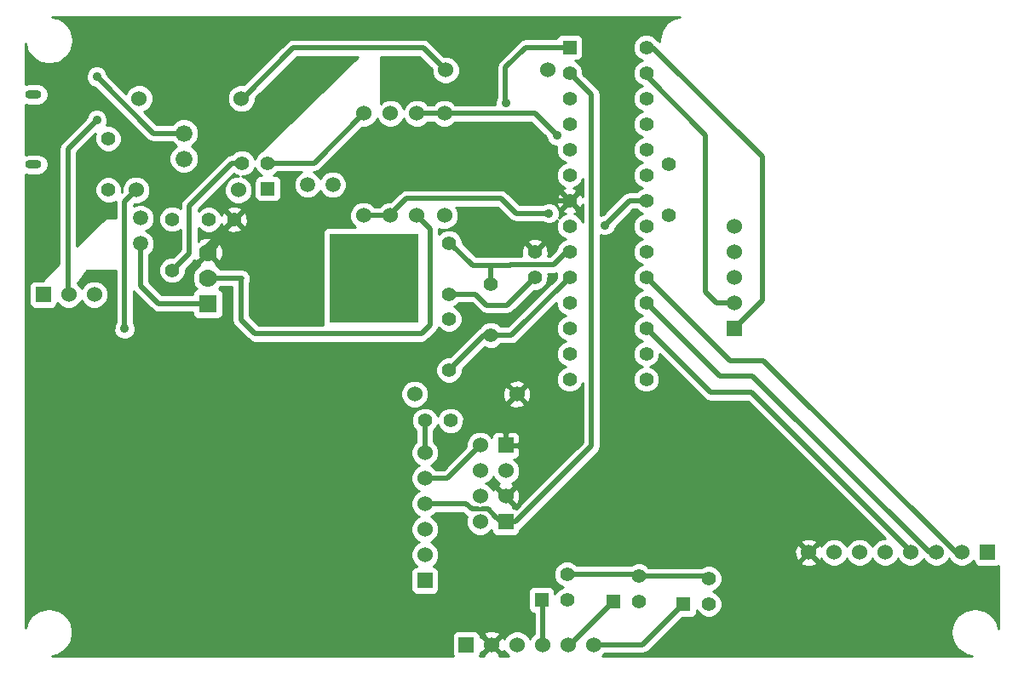
<source format=gbl>
G04 (created by PCBNEW (2013-07-07 BZR 4022)-stable) date 5/1/2015 4:36:49 PM*
%MOIN*%
G04 Gerber Fmt 3.4, Leading zero omitted, Abs format*
%FSLAX34Y34*%
G01*
G70*
G90*
G04 APERTURE LIST*
%ADD10C,0.00590551*%
%ADD11R,0.055X0.055*%
%ADD12C,0.055*%
%ADD13R,0.07X0.07*%
%ADD14C,0.07*%
%ADD15R,0.35X0.35*%
%ADD16C,0.0590551*%
%ADD17C,0.06*%
%ADD18R,0.06X0.06*%
%ADD19O,0.0629921X0.0354331*%
%ADD20C,0.066*%
%ADD21C,0.056*%
%ADD22C,0.035*%
%ADD23C,0.02*%
%ADD24C,0.01*%
%ADD25C,0.0153937*%
G04 APERTURE END LIST*
G54D10*
G54D11*
X25630Y-41120D03*
G54D12*
X25630Y-40120D03*
X24630Y-40120D03*
G54D13*
X23280Y-45630D03*
G54D14*
X23280Y-43630D03*
X23280Y-44630D03*
G54D15*
X29780Y-44630D03*
G54D16*
X28172Y-40968D03*
X27187Y-40968D03*
G54D17*
X32540Y-38180D03*
X32540Y-42180D03*
X30430Y-42180D03*
X30430Y-38180D03*
X29380Y-42180D03*
X29380Y-38180D03*
X35380Y-49170D03*
X31380Y-49170D03*
X31470Y-42180D03*
X31470Y-38180D03*
X20480Y-41180D03*
X24480Y-41180D03*
X20600Y-37590D03*
X24600Y-37590D03*
G54D18*
X16840Y-45270D03*
G54D17*
X17840Y-45270D03*
X18840Y-45270D03*
G54D18*
X33390Y-58990D03*
G54D17*
X34390Y-58990D03*
X35390Y-58990D03*
X36390Y-58990D03*
X37390Y-58990D03*
X38390Y-58990D03*
G54D19*
X16470Y-37422D03*
X16470Y-40177D03*
G54D20*
X22350Y-39950D03*
X22350Y-38950D03*
G54D21*
X34370Y-46860D03*
X34370Y-44860D03*
G54D12*
X37440Y-36590D03*
X37440Y-37590D03*
X37440Y-38590D03*
X37440Y-39590D03*
X37440Y-40590D03*
X37440Y-41590D03*
X37440Y-42590D03*
X37440Y-43590D03*
X37440Y-44590D03*
X37440Y-45590D03*
X37440Y-46590D03*
X37440Y-47590D03*
X37440Y-48590D03*
G54D11*
X37440Y-35590D03*
G54D12*
X40440Y-48590D03*
X40440Y-47590D03*
X40440Y-46590D03*
X40440Y-45590D03*
X40440Y-44590D03*
X40440Y-43590D03*
X40440Y-42590D03*
X40440Y-41590D03*
X40440Y-40590D03*
X40440Y-39590D03*
X40440Y-38590D03*
X40440Y-37590D03*
X40440Y-36590D03*
X40440Y-35590D03*
X32720Y-43260D03*
X32720Y-45260D03*
X32720Y-48230D03*
X32720Y-46230D03*
X21890Y-44320D03*
X21890Y-42320D03*
X19390Y-39170D03*
X19390Y-41170D03*
X36080Y-43600D03*
X36080Y-44600D03*
X24320Y-42330D03*
X23320Y-42330D03*
X31780Y-50210D03*
X32780Y-50210D03*
G54D16*
X20650Y-43280D03*
X20650Y-42280D03*
G54D18*
X31780Y-56470D03*
G54D17*
X31780Y-55470D03*
X31780Y-54470D03*
X31780Y-53470D03*
X31780Y-52470D03*
X31780Y-51470D03*
G54D18*
X43890Y-46590D03*
G54D17*
X43890Y-45590D03*
X43890Y-44590D03*
X43890Y-43590D03*
X43890Y-42590D03*
G54D18*
X53792Y-55374D03*
G54D17*
X52788Y-55374D03*
X51792Y-55374D03*
X50792Y-55374D03*
X49792Y-55374D03*
X48792Y-55374D03*
X47792Y-55374D03*
X46792Y-55374D03*
G54D18*
X34940Y-54180D03*
G54D17*
X33940Y-54180D03*
X34940Y-53180D03*
X33940Y-53180D03*
X34940Y-52180D03*
X33940Y-52180D03*
G54D18*
X34940Y-51180D03*
G54D17*
X33940Y-51180D03*
X36590Y-36480D03*
X32590Y-36480D03*
G54D11*
X39146Y-57306D03*
G54D12*
X40146Y-57306D03*
X40146Y-56306D03*
G54D11*
X36340Y-57230D03*
G54D12*
X37340Y-57230D03*
X37340Y-56230D03*
G54D11*
X41890Y-57402D03*
G54D12*
X42890Y-57402D03*
X42890Y-56402D03*
X41310Y-40160D03*
X41310Y-42160D03*
G54D22*
X36081Y-41598D03*
X34293Y-38709D03*
X38815Y-42553D03*
X18940Y-36740D03*
X34940Y-37770D03*
X36633Y-42087D03*
X20030Y-46610D03*
X18940Y-38440D03*
X36946Y-39046D03*
G54D23*
X36081Y-41598D02*
X36081Y-41590D01*
X37440Y-41590D02*
X36081Y-41590D01*
X36081Y-41590D02*
X35710Y-41590D01*
X34293Y-40173D02*
X34293Y-38709D01*
X35710Y-41590D02*
X34293Y-40173D01*
X23280Y-43630D02*
X23280Y-43370D01*
X23280Y-43370D02*
X24320Y-42330D01*
X39803Y-41590D02*
X40440Y-41590D01*
X39778Y-41590D02*
X39803Y-41590D01*
X38815Y-42553D02*
X39778Y-41590D01*
X32720Y-45260D02*
X33770Y-45260D01*
X34990Y-45690D02*
X36080Y-44600D01*
X34200Y-45690D02*
X34990Y-45690D01*
X33770Y-45260D02*
X34200Y-45690D01*
X24600Y-37590D02*
X24640Y-37590D01*
X31710Y-35600D02*
X32590Y-36480D01*
X26630Y-35600D02*
X31710Y-35600D01*
X24640Y-37590D02*
X26630Y-35600D01*
X23280Y-45630D02*
X21360Y-45630D01*
X20650Y-44920D02*
X20650Y-43280D01*
X21360Y-45630D02*
X20650Y-44920D01*
X40440Y-35590D02*
X40694Y-35590D01*
X44976Y-45504D02*
X43890Y-46590D01*
X44976Y-39872D02*
X44976Y-45504D01*
X40694Y-35590D02*
X44976Y-39872D01*
X43890Y-45590D02*
X43182Y-45590D01*
X40440Y-36700D02*
X40440Y-36590D01*
X42760Y-39020D02*
X40440Y-36700D01*
X42760Y-40780D02*
X42760Y-39020D01*
X42760Y-45168D02*
X42760Y-40780D01*
X43182Y-45590D02*
X42760Y-45168D01*
X51792Y-55374D02*
X51510Y-55374D01*
X43312Y-48462D02*
X40440Y-45590D01*
X44598Y-48462D02*
X43312Y-48462D01*
X51510Y-55374D02*
X44598Y-48462D01*
X50792Y-55374D02*
X50792Y-55346D01*
X42954Y-49104D02*
X40440Y-46590D01*
X44550Y-49104D02*
X42954Y-49104D01*
X50792Y-55346D02*
X44550Y-49104D01*
X25630Y-40120D02*
X27440Y-40120D01*
X27440Y-40120D02*
X29380Y-38180D01*
X36390Y-58990D02*
X36390Y-57280D01*
X36390Y-57280D02*
X36340Y-57230D01*
X37390Y-58990D02*
X37462Y-58990D01*
X37462Y-58990D02*
X39146Y-57306D01*
X38390Y-58990D02*
X40302Y-58990D01*
X40302Y-58990D02*
X41890Y-57402D01*
X34370Y-46860D02*
X35170Y-46860D01*
X35170Y-46860D02*
X37440Y-44590D01*
X34090Y-46860D02*
X32720Y-48230D01*
X34370Y-46860D02*
X34090Y-46860D01*
X34370Y-44860D02*
X34370Y-44126D01*
X34370Y-44126D02*
X34376Y-44120D01*
X35110Y-44120D02*
X34376Y-44120D01*
X34376Y-44120D02*
X33664Y-44120D01*
X32720Y-43260D02*
X32770Y-43260D01*
X32770Y-43260D02*
X33647Y-44137D01*
X33664Y-44120D02*
X33647Y-44137D01*
X37440Y-43590D02*
X37322Y-43590D01*
X35124Y-44106D02*
X35110Y-44120D01*
X36806Y-44106D02*
X35124Y-44106D01*
X37322Y-43590D02*
X36806Y-44106D01*
X22350Y-38950D02*
X21150Y-38950D01*
X21150Y-38950D02*
X18940Y-36740D01*
G54D24*
X21150Y-38950D02*
X18940Y-36740D01*
G54D23*
X31780Y-51470D02*
X31780Y-50210D01*
X35720Y-35590D02*
X37440Y-35590D01*
X34930Y-36380D02*
X35720Y-35590D01*
X34930Y-37760D02*
X34930Y-36380D01*
X34940Y-37770D02*
X34930Y-37760D01*
X36633Y-42087D02*
X35339Y-42087D01*
X35339Y-42087D02*
X34752Y-41500D01*
X30430Y-42180D02*
X30430Y-42130D01*
X31060Y-41500D02*
X34752Y-41500D01*
X30430Y-42130D02*
X31060Y-41500D01*
X29380Y-42180D02*
X30430Y-42180D01*
X52788Y-55374D02*
X52552Y-55374D01*
X43706Y-47856D02*
X40440Y-44590D01*
X45034Y-47856D02*
X43706Y-47856D01*
X52552Y-55374D02*
X45034Y-47856D01*
X34940Y-54180D02*
X35326Y-54180D01*
X38298Y-37448D02*
X37440Y-36590D01*
X38298Y-51208D02*
X38298Y-37448D01*
X35326Y-54180D02*
X38298Y-51208D01*
X33828Y-53678D02*
X33840Y-53678D01*
X34136Y-53678D02*
X34038Y-53678D01*
X34134Y-53680D02*
X34136Y-53678D01*
X34036Y-53680D02*
X34134Y-53680D01*
X34038Y-53678D02*
X34036Y-53680D01*
X34164Y-53678D02*
X34136Y-53678D01*
X33732Y-53678D02*
X33828Y-53678D01*
X33606Y-53678D02*
X33732Y-53678D01*
X34248Y-53678D02*
X34164Y-53678D01*
G54D25*
X34136Y-53678D02*
X33840Y-53678D01*
G54D23*
X34562Y-53998D02*
X34562Y-53992D01*
X34562Y-53992D02*
X34248Y-53678D01*
X33398Y-53470D02*
X33606Y-53678D01*
X31780Y-53470D02*
X33398Y-53470D01*
G54D25*
X34456Y-53892D02*
X34456Y-53886D01*
X34456Y-53886D02*
X34248Y-53678D01*
X34248Y-53678D02*
X34345Y-53775D01*
X34345Y-53775D02*
X34456Y-53886D01*
G54D23*
X34744Y-54180D02*
X34562Y-53998D01*
X34562Y-53998D02*
X34456Y-53892D01*
X34940Y-54180D02*
X34744Y-54180D01*
X31780Y-52470D02*
X32650Y-52470D01*
X32650Y-52470D02*
X33940Y-51180D01*
X20030Y-41630D02*
X20480Y-41180D01*
X20030Y-46360D02*
X20030Y-41630D01*
X20030Y-46610D02*
X20030Y-46360D01*
X40146Y-56306D02*
X42794Y-56306D01*
X42794Y-56306D02*
X42890Y-56402D01*
X37340Y-56230D02*
X40070Y-56230D01*
X40070Y-56230D02*
X40146Y-56306D01*
X17820Y-44700D02*
X17820Y-45250D01*
X17820Y-44700D02*
X17820Y-44280D01*
X17820Y-39560D02*
X18940Y-38440D01*
X17820Y-44280D02*
X17820Y-39560D01*
X17820Y-45250D02*
X17840Y-45270D01*
X23280Y-44630D02*
X24620Y-44630D01*
X31980Y-42690D02*
X31470Y-42180D01*
X31980Y-46470D02*
X31980Y-42690D01*
X31650Y-46800D02*
X31980Y-46470D01*
X25130Y-46800D02*
X31650Y-46800D01*
X24580Y-46250D02*
X25130Y-46800D01*
X24580Y-44670D02*
X24580Y-46250D01*
X24620Y-44630D02*
X24580Y-44670D01*
X24630Y-40120D02*
X24230Y-40120D01*
X24230Y-40120D02*
X22560Y-41790D01*
X22560Y-41790D02*
X22560Y-43650D01*
X22560Y-43650D02*
X21890Y-44320D01*
X32540Y-38180D02*
X36080Y-38180D01*
X36080Y-38180D02*
X36946Y-39046D01*
X31470Y-38180D02*
X32540Y-38180D01*
G54D10*
G36*
X37275Y-43090D02*
X37143Y-43144D01*
X36995Y-43292D01*
X36915Y-43485D01*
X36915Y-43501D01*
X36661Y-43756D01*
X36581Y-43756D01*
X36609Y-43675D01*
X36598Y-43467D01*
X36540Y-43327D01*
X36447Y-43302D01*
X36377Y-43373D01*
X36377Y-43232D01*
X36352Y-43139D01*
X36155Y-43070D01*
X35947Y-43081D01*
X35807Y-43139D01*
X35782Y-43232D01*
X36080Y-43529D01*
X36377Y-43232D01*
X36377Y-43373D01*
X36150Y-43600D01*
X36156Y-43605D01*
X36085Y-43676D01*
X36080Y-43670D01*
X36074Y-43676D01*
X36003Y-43605D01*
X36009Y-43600D01*
X35712Y-43302D01*
X35619Y-43327D01*
X35550Y-43524D01*
X35561Y-43732D01*
X35571Y-43756D01*
X35124Y-43756D01*
X35053Y-43770D01*
X34376Y-43770D01*
X33774Y-43770D01*
X33245Y-43240D01*
X33245Y-43156D01*
X33165Y-42963D01*
X33017Y-42815D01*
X32824Y-42735D01*
X32616Y-42734D01*
X32423Y-42814D01*
X32330Y-42907D01*
X32330Y-42690D01*
X32329Y-42688D01*
X32430Y-42729D01*
X32648Y-42730D01*
X32851Y-42646D01*
X33005Y-42491D01*
X33089Y-42289D01*
X33090Y-42071D01*
X33006Y-41868D01*
X32987Y-41850D01*
X34607Y-41850D01*
X35091Y-42334D01*
X35205Y-42410D01*
X35205Y-42410D01*
X35339Y-42437D01*
X36381Y-42437D01*
X36391Y-42447D01*
X36548Y-42511D01*
X36717Y-42512D01*
X36873Y-42447D01*
X36971Y-42349D01*
X36915Y-42485D01*
X36914Y-42693D01*
X36994Y-42887D01*
X37142Y-43034D01*
X37275Y-43090D01*
X37275Y-43090D01*
G37*
G54D24*
X37275Y-43090D02*
X37143Y-43144D01*
X36995Y-43292D01*
X36915Y-43485D01*
X36915Y-43501D01*
X36661Y-43756D01*
X36581Y-43756D01*
X36609Y-43675D01*
X36598Y-43467D01*
X36540Y-43327D01*
X36447Y-43302D01*
X36377Y-43373D01*
X36377Y-43232D01*
X36352Y-43139D01*
X36155Y-43070D01*
X35947Y-43081D01*
X35807Y-43139D01*
X35782Y-43232D01*
X36080Y-43529D01*
X36377Y-43232D01*
X36377Y-43373D01*
X36150Y-43600D01*
X36156Y-43605D01*
X36085Y-43676D01*
X36080Y-43670D01*
X36074Y-43676D01*
X36003Y-43605D01*
X36009Y-43600D01*
X35712Y-43302D01*
X35619Y-43327D01*
X35550Y-43524D01*
X35561Y-43732D01*
X35571Y-43756D01*
X35124Y-43756D01*
X35053Y-43770D01*
X34376Y-43770D01*
X33774Y-43770D01*
X33245Y-43240D01*
X33245Y-43156D01*
X33165Y-42963D01*
X33017Y-42815D01*
X32824Y-42735D01*
X32616Y-42734D01*
X32423Y-42814D01*
X32330Y-42907D01*
X32330Y-42690D01*
X32329Y-42688D01*
X32430Y-42729D01*
X32648Y-42730D01*
X32851Y-42646D01*
X33005Y-42491D01*
X33089Y-42289D01*
X33090Y-42071D01*
X33006Y-41868D01*
X32987Y-41850D01*
X34607Y-41850D01*
X35091Y-42334D01*
X35205Y-42410D01*
X35205Y-42410D01*
X35339Y-42437D01*
X36381Y-42437D01*
X36391Y-42447D01*
X36548Y-42511D01*
X36717Y-42512D01*
X36873Y-42447D01*
X36971Y-42349D01*
X36915Y-42485D01*
X36914Y-42693D01*
X36994Y-42887D01*
X37142Y-43034D01*
X37275Y-43090D01*
G54D10*
G36*
X54220Y-58375D02*
X54183Y-58191D01*
X54183Y-58190D01*
X54143Y-58093D01*
X53997Y-57876D01*
X53923Y-57801D01*
X53922Y-57801D01*
X53706Y-57656D01*
X53609Y-57616D01*
X53608Y-57616D01*
X53353Y-57565D01*
X53352Y-57565D01*
X53247Y-57565D01*
X52991Y-57616D01*
X52990Y-57616D01*
X52893Y-57656D01*
X52676Y-57802D01*
X52601Y-57876D01*
X52601Y-57877D01*
X52456Y-58093D01*
X52416Y-58190D01*
X52416Y-58191D01*
X52365Y-58447D01*
X52365Y-58447D01*
X52365Y-58447D01*
X52365Y-58500D01*
X52365Y-58552D01*
X52365Y-58552D01*
X52365Y-58552D01*
X52416Y-58808D01*
X52416Y-58809D01*
X52456Y-58906D01*
X52601Y-59122D01*
X52601Y-59123D01*
X52676Y-59197D01*
X52893Y-59343D01*
X52990Y-59383D01*
X52991Y-59383D01*
X53175Y-59420D01*
X47107Y-59420D01*
X47107Y-55759D01*
X46792Y-55444D01*
X46721Y-55515D01*
X46721Y-55374D01*
X46406Y-55058D01*
X46310Y-55086D01*
X46237Y-55292D01*
X46248Y-55510D01*
X46310Y-55661D01*
X46406Y-55689D01*
X46721Y-55374D01*
X46721Y-55515D01*
X46476Y-55759D01*
X46504Y-55855D01*
X46710Y-55928D01*
X46928Y-55917D01*
X47079Y-55855D01*
X47107Y-55759D01*
X47107Y-59420D01*
X38737Y-59420D01*
X38817Y-59340D01*
X40302Y-59340D01*
X40435Y-59313D01*
X40435Y-59313D01*
X40549Y-59237D01*
X41859Y-57927D01*
X42214Y-57927D01*
X42306Y-57889D01*
X42376Y-57818D01*
X42414Y-57726D01*
X42415Y-57627D01*
X42415Y-57627D01*
X42444Y-57699D01*
X42592Y-57846D01*
X42785Y-57926D01*
X42993Y-57927D01*
X43187Y-57847D01*
X43334Y-57699D01*
X43414Y-57506D01*
X43415Y-57298D01*
X43335Y-57105D01*
X43187Y-56957D01*
X43054Y-56901D01*
X43187Y-56847D01*
X43334Y-56699D01*
X43414Y-56506D01*
X43415Y-56298D01*
X43335Y-56105D01*
X43187Y-55957D01*
X42994Y-55877D01*
X42786Y-55876D01*
X42594Y-55956D01*
X40538Y-55956D01*
X40443Y-55861D01*
X40250Y-55781D01*
X40042Y-55780D01*
X39849Y-55860D01*
X39829Y-55880D01*
X37732Y-55880D01*
X37637Y-55785D01*
X37444Y-55705D01*
X37236Y-55704D01*
X37043Y-55784D01*
X36895Y-55932D01*
X36815Y-56125D01*
X36814Y-56333D01*
X36894Y-56527D01*
X37042Y-56674D01*
X37175Y-56730D01*
X37043Y-56784D01*
X36895Y-56932D01*
X36865Y-57004D01*
X36865Y-56905D01*
X36827Y-56813D01*
X36756Y-56743D01*
X36664Y-56705D01*
X36565Y-56704D01*
X36015Y-56704D01*
X35923Y-56742D01*
X35853Y-56813D01*
X35815Y-56905D01*
X35814Y-57004D01*
X35814Y-57554D01*
X35852Y-57646D01*
X35923Y-57716D01*
X36015Y-57754D01*
X36040Y-57754D01*
X36040Y-58562D01*
X35924Y-58678D01*
X35890Y-58759D01*
X35856Y-58678D01*
X35701Y-58524D01*
X35499Y-58440D01*
X35281Y-58439D01*
X35078Y-58523D01*
X34924Y-58678D01*
X34892Y-58753D01*
X34871Y-58702D01*
X34775Y-58674D01*
X34705Y-58745D01*
X34705Y-58604D01*
X34677Y-58508D01*
X34471Y-58435D01*
X34253Y-58446D01*
X34102Y-58508D01*
X34074Y-58604D01*
X34390Y-58919D01*
X34705Y-58604D01*
X34705Y-58745D01*
X34460Y-58990D01*
X34775Y-59305D01*
X34871Y-59277D01*
X34890Y-59222D01*
X34923Y-59301D01*
X35042Y-59420D01*
X34692Y-59420D01*
X34705Y-59375D01*
X34390Y-59060D01*
X34074Y-59375D01*
X34087Y-59420D01*
X33906Y-59420D01*
X33939Y-59339D01*
X33940Y-59286D01*
X34004Y-59305D01*
X34319Y-58990D01*
X34004Y-58674D01*
X33940Y-58693D01*
X33940Y-58640D01*
X33902Y-58548D01*
X33831Y-58478D01*
X33739Y-58440D01*
X33640Y-58439D01*
X33040Y-58439D01*
X32948Y-58477D01*
X32878Y-58548D01*
X32840Y-58640D01*
X32839Y-58739D01*
X32839Y-59339D01*
X32873Y-59420D01*
X17193Y-59420D01*
X17378Y-59383D01*
X17379Y-59383D01*
X17476Y-59343D01*
X17692Y-59198D01*
X17693Y-59198D01*
X17767Y-59123D01*
X17913Y-58906D01*
X17953Y-58809D01*
X17953Y-58808D01*
X18004Y-58552D01*
X18004Y-58552D01*
X18004Y-58552D01*
X18004Y-58500D01*
X18004Y-58447D01*
X18004Y-58447D01*
X18004Y-58447D01*
X17953Y-58191D01*
X17953Y-58190D01*
X17913Y-58093D01*
X17767Y-57876D01*
X17693Y-57801D01*
X17692Y-57801D01*
X17476Y-57656D01*
X17379Y-57616D01*
X17378Y-57616D01*
X17123Y-57565D01*
X17122Y-57565D01*
X17017Y-57565D01*
X16761Y-57616D01*
X16760Y-57616D01*
X16663Y-57656D01*
X16446Y-57802D01*
X16371Y-57876D01*
X16371Y-57877D01*
X16226Y-58093D01*
X16186Y-58190D01*
X16186Y-58191D01*
X16159Y-58326D01*
X16159Y-40573D01*
X16321Y-40605D01*
X16618Y-40605D01*
X16782Y-40572D01*
X16920Y-40480D01*
X17013Y-40341D01*
X17046Y-40177D01*
X17013Y-40014D01*
X16920Y-39875D01*
X16782Y-39783D01*
X16618Y-39750D01*
X16321Y-39750D01*
X16159Y-39782D01*
X16159Y-37817D01*
X16321Y-37849D01*
X16618Y-37849D01*
X16782Y-37816D01*
X16920Y-37724D01*
X17013Y-37585D01*
X17046Y-37422D01*
X17013Y-37258D01*
X16920Y-37119D01*
X16782Y-37027D01*
X16618Y-36994D01*
X16321Y-36994D01*
X16159Y-37026D01*
X16159Y-35433D01*
X16196Y-35618D01*
X16196Y-35619D01*
X16236Y-35716D01*
X16381Y-35932D01*
X16381Y-35933D01*
X16456Y-36007D01*
X16673Y-36153D01*
X16770Y-36193D01*
X16771Y-36193D01*
X17027Y-36244D01*
X17132Y-36244D01*
X17133Y-36244D01*
X17388Y-36193D01*
X17389Y-36193D01*
X17486Y-36153D01*
X17702Y-36008D01*
X17703Y-36008D01*
X17777Y-35933D01*
X17923Y-35716D01*
X17963Y-35619D01*
X17963Y-35618D01*
X18014Y-35362D01*
X18014Y-35362D01*
X18014Y-35362D01*
X18014Y-35310D01*
X18014Y-35257D01*
X18014Y-35257D01*
X18014Y-35257D01*
X17963Y-35001D01*
X17963Y-35000D01*
X17923Y-34903D01*
X17777Y-34686D01*
X17703Y-34611D01*
X17702Y-34611D01*
X17486Y-34466D01*
X17389Y-34426D01*
X17388Y-34426D01*
X17203Y-34389D01*
X41765Y-34389D01*
X41581Y-34426D01*
X41580Y-34426D01*
X41483Y-34466D01*
X41266Y-34612D01*
X41191Y-34686D01*
X41191Y-34687D01*
X41046Y-34903D01*
X41006Y-35000D01*
X41006Y-35001D01*
X40955Y-35257D01*
X40955Y-35257D01*
X40955Y-35257D01*
X40955Y-35310D01*
X40955Y-35356D01*
X40941Y-35342D01*
X40892Y-35309D01*
X40885Y-35293D01*
X40737Y-35145D01*
X40544Y-35065D01*
X40336Y-35064D01*
X40143Y-35144D01*
X39995Y-35292D01*
X39915Y-35485D01*
X39914Y-35693D01*
X39994Y-35887D01*
X40142Y-36034D01*
X40275Y-36090D01*
X40143Y-36144D01*
X39995Y-36292D01*
X39915Y-36485D01*
X39914Y-36693D01*
X39994Y-36887D01*
X40142Y-37034D01*
X40275Y-37090D01*
X40143Y-37144D01*
X39995Y-37292D01*
X39915Y-37485D01*
X39914Y-37693D01*
X39994Y-37887D01*
X40142Y-38034D01*
X40275Y-38090D01*
X40143Y-38144D01*
X39995Y-38292D01*
X39915Y-38485D01*
X39914Y-38693D01*
X39994Y-38887D01*
X40142Y-39034D01*
X40275Y-39090D01*
X40143Y-39144D01*
X39995Y-39292D01*
X39915Y-39485D01*
X39914Y-39693D01*
X39994Y-39887D01*
X40142Y-40034D01*
X40275Y-40090D01*
X40143Y-40144D01*
X39995Y-40292D01*
X39915Y-40485D01*
X39914Y-40693D01*
X39994Y-40887D01*
X40142Y-41034D01*
X40275Y-41090D01*
X40143Y-41144D01*
X40047Y-41240D01*
X39803Y-41240D01*
X39778Y-41240D01*
X39644Y-41266D01*
X39530Y-41342D01*
X39530Y-41342D01*
X38745Y-42127D01*
X38730Y-42127D01*
X38648Y-42162D01*
X38648Y-37448D01*
X38647Y-37447D01*
X38621Y-37314D01*
X38545Y-37200D01*
X38545Y-37200D01*
X37964Y-36619D01*
X37965Y-36486D01*
X37885Y-36293D01*
X37737Y-36145D01*
X37665Y-36115D01*
X37764Y-36115D01*
X37856Y-36077D01*
X37926Y-36006D01*
X37964Y-35914D01*
X37965Y-35815D01*
X37965Y-35265D01*
X37927Y-35173D01*
X37856Y-35103D01*
X37764Y-35065D01*
X37665Y-35064D01*
X37115Y-35064D01*
X37023Y-35102D01*
X36953Y-35173D01*
X36925Y-35240D01*
X35720Y-35240D01*
X35586Y-35266D01*
X35472Y-35342D01*
X35472Y-35342D01*
X35472Y-35342D01*
X34682Y-36132D01*
X34606Y-36246D01*
X34580Y-36380D01*
X34580Y-37528D01*
X34579Y-37528D01*
X34515Y-37685D01*
X34514Y-37830D01*
X32967Y-37830D01*
X32851Y-37714D01*
X32649Y-37630D01*
X32431Y-37629D01*
X32228Y-37713D01*
X32112Y-37830D01*
X31897Y-37830D01*
X31781Y-37714D01*
X31579Y-37630D01*
X31361Y-37629D01*
X31158Y-37713D01*
X31004Y-37868D01*
X30949Y-37998D01*
X30896Y-37868D01*
X30741Y-37714D01*
X30539Y-37630D01*
X30321Y-37629D01*
X30118Y-37713D01*
X30049Y-37782D01*
X30069Y-35950D01*
X31565Y-35950D01*
X32040Y-36425D01*
X32039Y-36588D01*
X32123Y-36791D01*
X32278Y-36945D01*
X32480Y-37029D01*
X32698Y-37030D01*
X32901Y-36946D01*
X33055Y-36791D01*
X33139Y-36589D01*
X33140Y-36371D01*
X33056Y-36168D01*
X32901Y-36014D01*
X32699Y-35930D01*
X32534Y-35929D01*
X31957Y-35352D01*
X31843Y-35276D01*
X31710Y-35250D01*
X26630Y-35250D01*
X26496Y-35276D01*
X26382Y-35352D01*
X26382Y-35352D01*
X26382Y-35352D01*
X24694Y-37040D01*
X24491Y-37039D01*
X24288Y-37123D01*
X24134Y-37278D01*
X24050Y-37480D01*
X24049Y-37698D01*
X24133Y-37901D01*
X24288Y-38055D01*
X24490Y-38139D01*
X24708Y-38140D01*
X24911Y-38056D01*
X25065Y-37901D01*
X25149Y-37699D01*
X25150Y-37574D01*
X26774Y-35950D01*
X29148Y-35950D01*
X25402Y-39645D01*
X25333Y-39674D01*
X25185Y-39822D01*
X25129Y-39955D01*
X25075Y-39823D01*
X24927Y-39675D01*
X24734Y-39595D01*
X24526Y-39594D01*
X24333Y-39674D01*
X24237Y-39770D01*
X24230Y-39770D01*
X24096Y-39796D01*
X23982Y-39872D01*
X22930Y-40924D01*
X22930Y-39835D01*
X22841Y-39621D01*
X22678Y-39458D01*
X22658Y-39450D01*
X22678Y-39441D01*
X22841Y-39278D01*
X22929Y-39065D01*
X22930Y-38835D01*
X22841Y-38621D01*
X22678Y-38458D01*
X22465Y-38370D01*
X22235Y-38369D01*
X22021Y-38458D01*
X21879Y-38600D01*
X21294Y-38600D01*
X20798Y-38103D01*
X20911Y-38056D01*
X21065Y-37901D01*
X21149Y-37699D01*
X21150Y-37481D01*
X21066Y-37278D01*
X20911Y-37124D01*
X20709Y-37040D01*
X20491Y-37039D01*
X20288Y-37123D01*
X20134Y-37278D01*
X20086Y-37391D01*
X19365Y-36670D01*
X19365Y-36655D01*
X19300Y-36499D01*
X19181Y-36379D01*
X19024Y-36315D01*
X18855Y-36314D01*
X18699Y-36379D01*
X18579Y-36498D01*
X18515Y-36655D01*
X18514Y-36824D01*
X18579Y-36980D01*
X18698Y-37100D01*
X18855Y-37164D01*
X18869Y-37164D01*
X20902Y-39197D01*
X21016Y-39273D01*
X21150Y-39300D01*
X21879Y-39300D01*
X22021Y-39441D01*
X22041Y-39449D01*
X22021Y-39458D01*
X21858Y-39621D01*
X21770Y-39834D01*
X21769Y-40064D01*
X21858Y-40278D01*
X22021Y-40441D01*
X22234Y-40529D01*
X22464Y-40530D01*
X22678Y-40441D01*
X22841Y-40278D01*
X22929Y-40065D01*
X22930Y-39835D01*
X22930Y-40924D01*
X22312Y-41542D01*
X22236Y-41656D01*
X22210Y-41790D01*
X22210Y-41897D01*
X22187Y-41875D01*
X21994Y-41795D01*
X21786Y-41794D01*
X21593Y-41874D01*
X21445Y-42022D01*
X21365Y-42215D01*
X21364Y-42423D01*
X21444Y-42617D01*
X21592Y-42764D01*
X21785Y-42844D01*
X21993Y-42845D01*
X22187Y-42765D01*
X22210Y-42742D01*
X22210Y-43505D01*
X21919Y-43795D01*
X21786Y-43794D01*
X21593Y-43874D01*
X21445Y-44022D01*
X21365Y-44215D01*
X21364Y-44423D01*
X21444Y-44617D01*
X21592Y-44764D01*
X21785Y-44844D01*
X21993Y-44845D01*
X22187Y-44765D01*
X22334Y-44617D01*
X22414Y-44424D01*
X22415Y-44289D01*
X22757Y-43947D01*
X22757Y-43947D01*
X22857Y-43981D01*
X23209Y-43630D01*
X23203Y-43624D01*
X23274Y-43553D01*
X23280Y-43559D01*
X23631Y-43207D01*
X23597Y-43107D01*
X23373Y-43025D01*
X23135Y-43035D01*
X22962Y-43107D01*
X22928Y-43207D01*
X22910Y-43189D01*
X22910Y-42662D01*
X23022Y-42774D01*
X23215Y-42854D01*
X23423Y-42855D01*
X23617Y-42775D01*
X23764Y-42627D01*
X23817Y-42501D01*
X23859Y-42602D01*
X23952Y-42627D01*
X24249Y-42330D01*
X23952Y-42032D01*
X23859Y-42057D01*
X23820Y-42167D01*
X23765Y-42033D01*
X23617Y-41885D01*
X23424Y-41805D01*
X23216Y-41804D01*
X23023Y-41884D01*
X22910Y-41997D01*
X22910Y-41934D01*
X24306Y-40538D01*
X24332Y-40564D01*
X24489Y-40630D01*
X24371Y-40629D01*
X24168Y-40713D01*
X24014Y-40868D01*
X23930Y-41070D01*
X23929Y-41288D01*
X24013Y-41491D01*
X24168Y-41645D01*
X24370Y-41729D01*
X24588Y-41730D01*
X24791Y-41646D01*
X24945Y-41491D01*
X25029Y-41289D01*
X25030Y-41071D01*
X24946Y-40868D01*
X24791Y-40714D01*
X24625Y-40644D01*
X24733Y-40645D01*
X24927Y-40565D01*
X25074Y-40417D01*
X25130Y-40284D01*
X25184Y-40417D01*
X25332Y-40564D01*
X25404Y-40594D01*
X25305Y-40594D01*
X25213Y-40632D01*
X25143Y-40703D01*
X25105Y-40795D01*
X25104Y-40894D01*
X25104Y-41444D01*
X25142Y-41536D01*
X25213Y-41606D01*
X25305Y-41644D01*
X25404Y-41645D01*
X25954Y-41645D01*
X26046Y-41607D01*
X26116Y-41536D01*
X26154Y-41444D01*
X26155Y-41345D01*
X26155Y-40795D01*
X26117Y-40703D01*
X26046Y-40633D01*
X25954Y-40595D01*
X25855Y-40594D01*
X25855Y-40594D01*
X25927Y-40565D01*
X26022Y-40470D01*
X26967Y-40470D01*
X26879Y-40506D01*
X26725Y-40659D01*
X26642Y-40859D01*
X26642Y-41076D01*
X26725Y-41277D01*
X26878Y-41430D01*
X27078Y-41513D01*
X27295Y-41514D01*
X27496Y-41431D01*
X27649Y-41278D01*
X27679Y-41205D01*
X27709Y-41277D01*
X27862Y-41430D01*
X28063Y-41513D01*
X28280Y-41514D01*
X28480Y-41431D01*
X28634Y-41278D01*
X28717Y-41077D01*
X28717Y-40860D01*
X28634Y-40660D01*
X28481Y-40506D01*
X28281Y-40423D01*
X28064Y-40423D01*
X27863Y-40506D01*
X27710Y-40659D01*
X27680Y-40732D01*
X27650Y-40660D01*
X27497Y-40506D01*
X27408Y-40470D01*
X27440Y-40470D01*
X27573Y-40443D01*
X27573Y-40443D01*
X27687Y-40367D01*
X29325Y-38729D01*
X29488Y-38730D01*
X29691Y-38646D01*
X29845Y-38491D01*
X29905Y-38349D01*
X29963Y-38491D01*
X30118Y-38645D01*
X30320Y-38729D01*
X30538Y-38730D01*
X30741Y-38646D01*
X30895Y-38491D01*
X30950Y-38361D01*
X31003Y-38491D01*
X31158Y-38645D01*
X31360Y-38729D01*
X31578Y-38730D01*
X31781Y-38646D01*
X31897Y-38530D01*
X32112Y-38530D01*
X32228Y-38645D01*
X32430Y-38729D01*
X32648Y-38730D01*
X32851Y-38646D01*
X32967Y-38530D01*
X35935Y-38530D01*
X36520Y-39115D01*
X36520Y-39130D01*
X36585Y-39286D01*
X36704Y-39406D01*
X36861Y-39470D01*
X36920Y-39470D01*
X36915Y-39485D01*
X36914Y-39693D01*
X36994Y-39887D01*
X37142Y-40034D01*
X37275Y-40090D01*
X37143Y-40144D01*
X36995Y-40292D01*
X36915Y-40485D01*
X36914Y-40693D01*
X36994Y-40887D01*
X37142Y-41034D01*
X37268Y-41087D01*
X37167Y-41129D01*
X37142Y-41222D01*
X37440Y-41519D01*
X37737Y-41222D01*
X37712Y-41129D01*
X37602Y-41090D01*
X37737Y-41035D01*
X37884Y-40887D01*
X37948Y-40735D01*
X37948Y-41431D01*
X37900Y-41317D01*
X37807Y-41292D01*
X37510Y-41590D01*
X37807Y-41887D01*
X37900Y-41862D01*
X37948Y-41727D01*
X37948Y-42444D01*
X37885Y-42293D01*
X37737Y-42145D01*
X37611Y-42092D01*
X37712Y-42050D01*
X37737Y-41957D01*
X37440Y-41660D01*
X37142Y-41957D01*
X37167Y-42050D01*
X37277Y-42089D01*
X37143Y-42144D01*
X37017Y-42270D01*
X37057Y-42171D01*
X37058Y-42002D01*
X37002Y-41868D01*
X37072Y-41887D01*
X37369Y-41590D01*
X37072Y-41292D01*
X36979Y-41317D01*
X36910Y-41514D01*
X36921Y-41722D01*
X36957Y-41810D01*
X36874Y-41726D01*
X36717Y-41662D01*
X36548Y-41661D01*
X36392Y-41726D01*
X36382Y-41737D01*
X35483Y-41737D01*
X34999Y-41252D01*
X34885Y-41176D01*
X34752Y-41150D01*
X31060Y-41150D01*
X30926Y-41176D01*
X30812Y-41252D01*
X30435Y-41630D01*
X30321Y-41629D01*
X30118Y-41713D01*
X30002Y-41830D01*
X29807Y-41830D01*
X29691Y-41714D01*
X29489Y-41630D01*
X29271Y-41629D01*
X29068Y-41713D01*
X28914Y-41868D01*
X28830Y-42070D01*
X28829Y-42288D01*
X28913Y-42491D01*
X29052Y-42629D01*
X27980Y-42629D01*
X27888Y-42667D01*
X27818Y-42738D01*
X27780Y-42830D01*
X27779Y-42929D01*
X27779Y-46429D01*
X27788Y-46450D01*
X25274Y-46450D01*
X24930Y-46105D01*
X24930Y-44783D01*
X24930Y-44783D01*
X24943Y-44763D01*
X24943Y-44763D01*
X24970Y-44630D01*
X24943Y-44496D01*
X24943Y-44496D01*
X24867Y-44382D01*
X24849Y-44370D01*
X24849Y-42405D01*
X24838Y-42197D01*
X24780Y-42057D01*
X24687Y-42032D01*
X24617Y-42103D01*
X24617Y-41962D01*
X24592Y-41869D01*
X24395Y-41800D01*
X24187Y-41811D01*
X24047Y-41869D01*
X24022Y-41962D01*
X24320Y-42259D01*
X24617Y-41962D01*
X24617Y-42103D01*
X24390Y-42330D01*
X24687Y-42627D01*
X24780Y-42602D01*
X24849Y-42405D01*
X24849Y-44370D01*
X24753Y-44306D01*
X24620Y-44280D01*
X24617Y-44280D01*
X24617Y-42697D01*
X24320Y-42400D01*
X24022Y-42697D01*
X24047Y-42790D01*
X24244Y-42859D01*
X24452Y-42848D01*
X24592Y-42790D01*
X24617Y-42697D01*
X24617Y-44280D01*
X23884Y-44280D01*
X23884Y-43723D01*
X23874Y-43485D01*
X23802Y-43312D01*
X23702Y-43278D01*
X23631Y-43349D01*
X23350Y-43630D01*
X23702Y-43981D01*
X23802Y-43947D01*
X23884Y-43723D01*
X23884Y-44280D01*
X23778Y-44280D01*
X23620Y-44121D01*
X23609Y-44117D01*
X23631Y-44052D01*
X23280Y-43700D01*
X22928Y-44052D01*
X22950Y-44117D01*
X22940Y-44121D01*
X22771Y-44289D01*
X22680Y-44510D01*
X22679Y-44748D01*
X22771Y-44969D01*
X22845Y-45044D01*
X22788Y-45067D01*
X22718Y-45138D01*
X22680Y-45230D01*
X22680Y-45280D01*
X21504Y-45280D01*
X21000Y-44775D01*
X21000Y-43701D01*
X21111Y-43589D01*
X21195Y-43388D01*
X21195Y-43172D01*
X21112Y-42971D01*
X20959Y-42818D01*
X20867Y-42780D01*
X20958Y-42742D01*
X21111Y-42589D01*
X21195Y-42388D01*
X21195Y-42172D01*
X21112Y-41971D01*
X20959Y-41818D01*
X20758Y-41734D01*
X20542Y-41734D01*
X20380Y-41801D01*
X20380Y-41774D01*
X20425Y-41729D01*
X20588Y-41730D01*
X20791Y-41646D01*
X20945Y-41491D01*
X21029Y-41289D01*
X21030Y-41071D01*
X20946Y-40868D01*
X20791Y-40714D01*
X20589Y-40630D01*
X20371Y-40629D01*
X20168Y-40713D01*
X20014Y-40868D01*
X19930Y-41070D01*
X19929Y-41235D01*
X19914Y-41250D01*
X19915Y-41066D01*
X19835Y-40873D01*
X19687Y-40725D01*
X19494Y-40645D01*
X19286Y-40644D01*
X19093Y-40724D01*
X18945Y-40872D01*
X18865Y-41065D01*
X18864Y-41273D01*
X18944Y-41467D01*
X19092Y-41614D01*
X19285Y-41694D01*
X19493Y-41695D01*
X19682Y-41617D01*
X19680Y-41630D01*
X19680Y-42251D01*
X19278Y-42260D01*
X18170Y-43369D01*
X18170Y-39704D01*
X18904Y-38970D01*
X18865Y-39065D01*
X18864Y-39273D01*
X18944Y-39467D01*
X19092Y-39614D01*
X19285Y-39694D01*
X19493Y-39695D01*
X19687Y-39615D01*
X19834Y-39467D01*
X19914Y-39274D01*
X19915Y-39066D01*
X19835Y-38873D01*
X19687Y-38725D01*
X19494Y-38645D01*
X19315Y-38644D01*
X19364Y-38524D01*
X19365Y-38355D01*
X19300Y-38199D01*
X19181Y-38079D01*
X19024Y-38015D01*
X18855Y-38014D01*
X18699Y-38079D01*
X18579Y-38198D01*
X18515Y-38355D01*
X18515Y-38369D01*
X17572Y-39312D01*
X17496Y-39426D01*
X17470Y-39560D01*
X17470Y-44069D01*
X16860Y-44679D01*
X16860Y-44719D01*
X16490Y-44719D01*
X16398Y-44757D01*
X16328Y-44828D01*
X16290Y-44920D01*
X16289Y-45019D01*
X16289Y-45619D01*
X16327Y-45711D01*
X16398Y-45781D01*
X16490Y-45819D01*
X16589Y-45820D01*
X17189Y-45820D01*
X17281Y-45782D01*
X17351Y-45711D01*
X17389Y-45619D01*
X17389Y-45597D01*
X17528Y-45735D01*
X17730Y-45819D01*
X17948Y-45820D01*
X18151Y-45736D01*
X18305Y-45581D01*
X18339Y-45500D01*
X18373Y-45581D01*
X18528Y-45735D01*
X18730Y-45819D01*
X18948Y-45820D01*
X19151Y-45736D01*
X19305Y-45581D01*
X19389Y-45379D01*
X19390Y-45161D01*
X19306Y-44958D01*
X19151Y-44804D01*
X18949Y-44720D01*
X18731Y-44719D01*
X18528Y-44803D01*
X18374Y-44958D01*
X18340Y-45039D01*
X18306Y-44958D01*
X18182Y-44835D01*
X18545Y-44339D01*
X19680Y-44325D01*
X19680Y-46358D01*
X19669Y-46368D01*
X19605Y-46525D01*
X19604Y-46694D01*
X19669Y-46850D01*
X19788Y-46970D01*
X19945Y-47034D01*
X20114Y-47035D01*
X20270Y-46970D01*
X20390Y-46851D01*
X20454Y-46694D01*
X20455Y-46525D01*
X20390Y-46369D01*
X20380Y-46359D01*
X20380Y-45133D01*
X20402Y-45167D01*
X21112Y-45877D01*
X21112Y-45877D01*
X21226Y-45953D01*
X21359Y-45980D01*
X21359Y-45979D01*
X21360Y-45980D01*
X22679Y-45980D01*
X22679Y-46029D01*
X22717Y-46121D01*
X22788Y-46191D01*
X22880Y-46229D01*
X22979Y-46230D01*
X23679Y-46230D01*
X23771Y-46192D01*
X23841Y-46121D01*
X23879Y-46029D01*
X23880Y-45930D01*
X23880Y-45230D01*
X23842Y-45138D01*
X23771Y-45068D01*
X23714Y-45044D01*
X23778Y-44980D01*
X24230Y-44980D01*
X24230Y-46250D01*
X24256Y-46383D01*
X24332Y-46497D01*
X24882Y-47047D01*
X24996Y-47123D01*
X25130Y-47150D01*
X31650Y-47150D01*
X31783Y-47123D01*
X31783Y-47123D01*
X31897Y-47047D01*
X32227Y-46717D01*
X32227Y-46717D01*
X32227Y-46717D01*
X32303Y-46603D01*
X32311Y-46563D01*
X32422Y-46674D01*
X32615Y-46754D01*
X32823Y-46755D01*
X33017Y-46675D01*
X33164Y-46527D01*
X33244Y-46334D01*
X33245Y-46126D01*
X33165Y-45933D01*
X33017Y-45785D01*
X32920Y-45745D01*
X33017Y-45705D01*
X33112Y-45610D01*
X33625Y-45610D01*
X33952Y-45937D01*
X34066Y-46013D01*
X34066Y-46013D01*
X34200Y-46040D01*
X34990Y-46040D01*
X35123Y-46013D01*
X35123Y-46013D01*
X35237Y-45937D01*
X36050Y-45124D01*
X36183Y-45125D01*
X36377Y-45045D01*
X36524Y-44897D01*
X36604Y-44704D01*
X36605Y-44496D01*
X36588Y-44456D01*
X36806Y-44456D01*
X36938Y-44429D01*
X36915Y-44485D01*
X36914Y-44620D01*
X35025Y-46510D01*
X34769Y-46510D01*
X34670Y-46410D01*
X34475Y-46330D01*
X34265Y-46329D01*
X34070Y-46410D01*
X33920Y-46559D01*
X33920Y-46560D01*
X33842Y-46612D01*
X32749Y-47705D01*
X32616Y-47704D01*
X32423Y-47784D01*
X32275Y-47932D01*
X32195Y-48125D01*
X32194Y-48333D01*
X32274Y-48527D01*
X32422Y-48674D01*
X32615Y-48754D01*
X32823Y-48755D01*
X33017Y-48675D01*
X33164Y-48527D01*
X33244Y-48334D01*
X33245Y-48199D01*
X34116Y-47328D01*
X34264Y-47389D01*
X34474Y-47390D01*
X34669Y-47309D01*
X34769Y-47210D01*
X35170Y-47210D01*
X35303Y-47183D01*
X35303Y-47183D01*
X35417Y-47107D01*
X36914Y-45609D01*
X36914Y-45693D01*
X36994Y-45887D01*
X37142Y-46034D01*
X37275Y-46090D01*
X37143Y-46144D01*
X36995Y-46292D01*
X36915Y-46485D01*
X36914Y-46693D01*
X36994Y-46887D01*
X37142Y-47034D01*
X37275Y-47090D01*
X37143Y-47144D01*
X36995Y-47292D01*
X36915Y-47485D01*
X36914Y-47693D01*
X36994Y-47887D01*
X37142Y-48034D01*
X37275Y-48090D01*
X37143Y-48144D01*
X36995Y-48292D01*
X36915Y-48485D01*
X36914Y-48693D01*
X36994Y-48887D01*
X37142Y-49034D01*
X37335Y-49114D01*
X37543Y-49115D01*
X37737Y-49035D01*
X37884Y-48887D01*
X37948Y-48735D01*
X37948Y-51063D01*
X35934Y-53076D01*
X35934Y-49251D01*
X35923Y-49033D01*
X35861Y-48882D01*
X35765Y-48854D01*
X35695Y-48925D01*
X35695Y-48784D01*
X35667Y-48688D01*
X35461Y-48615D01*
X35243Y-48626D01*
X35092Y-48688D01*
X35064Y-48784D01*
X35380Y-49099D01*
X35695Y-48784D01*
X35695Y-48925D01*
X35450Y-49170D01*
X35765Y-49485D01*
X35861Y-49457D01*
X35934Y-49251D01*
X35934Y-53076D01*
X35695Y-53315D01*
X35695Y-49555D01*
X35380Y-49240D01*
X35309Y-49311D01*
X35309Y-49170D01*
X34994Y-48854D01*
X34898Y-48882D01*
X34825Y-49088D01*
X34836Y-49306D01*
X34898Y-49457D01*
X34994Y-49485D01*
X35309Y-49170D01*
X35309Y-49311D01*
X35064Y-49555D01*
X35092Y-49651D01*
X35298Y-49724D01*
X35516Y-49713D01*
X35667Y-49651D01*
X35695Y-49555D01*
X35695Y-53315D01*
X35494Y-53516D01*
X35494Y-53261D01*
X35483Y-53043D01*
X35421Y-52892D01*
X35325Y-52864D01*
X35010Y-53180D01*
X35325Y-53495D01*
X35421Y-53467D01*
X35494Y-53261D01*
X35494Y-53516D01*
X35354Y-53656D01*
X35289Y-53630D01*
X35236Y-53629D01*
X35255Y-53565D01*
X34940Y-53250D01*
X34934Y-53256D01*
X34863Y-53185D01*
X34869Y-53180D01*
X34554Y-52864D01*
X34458Y-52892D01*
X34439Y-52947D01*
X34406Y-52868D01*
X34251Y-52714D01*
X34170Y-52680D01*
X34251Y-52646D01*
X34405Y-52491D01*
X34439Y-52410D01*
X34473Y-52491D01*
X34628Y-52645D01*
X34703Y-52677D01*
X34652Y-52698D01*
X34624Y-52794D01*
X34940Y-53109D01*
X35255Y-52794D01*
X35227Y-52698D01*
X35172Y-52679D01*
X35251Y-52646D01*
X35405Y-52491D01*
X35489Y-52289D01*
X35490Y-52071D01*
X35406Y-51868D01*
X35267Y-51729D01*
X35289Y-51729D01*
X35381Y-51691D01*
X35452Y-51621D01*
X35490Y-51529D01*
X35490Y-50830D01*
X35452Y-50738D01*
X35381Y-50668D01*
X35289Y-50630D01*
X35190Y-50629D01*
X35052Y-50630D01*
X34990Y-50692D01*
X34990Y-51130D01*
X35427Y-51130D01*
X35490Y-51067D01*
X35490Y-50830D01*
X35490Y-51529D01*
X35490Y-51292D01*
X35427Y-51230D01*
X34990Y-51230D01*
X34990Y-51237D01*
X34890Y-51237D01*
X34890Y-51230D01*
X34882Y-51230D01*
X34882Y-51130D01*
X34890Y-51130D01*
X34890Y-50692D01*
X34827Y-50630D01*
X34689Y-50629D01*
X34590Y-50630D01*
X34498Y-50668D01*
X34427Y-50738D01*
X34389Y-50830D01*
X34389Y-50852D01*
X34251Y-50714D01*
X34049Y-50630D01*
X33831Y-50629D01*
X33628Y-50713D01*
X33474Y-50868D01*
X33390Y-51070D01*
X33389Y-51235D01*
X32505Y-52120D01*
X32207Y-52120D01*
X32091Y-52004D01*
X32010Y-51970D01*
X32091Y-51936D01*
X32245Y-51781D01*
X32329Y-51579D01*
X32330Y-51361D01*
X32246Y-51158D01*
X32130Y-51042D01*
X32130Y-50602D01*
X32224Y-50507D01*
X32280Y-50374D01*
X32334Y-50507D01*
X32482Y-50654D01*
X32675Y-50734D01*
X32883Y-50735D01*
X33077Y-50655D01*
X33224Y-50507D01*
X33304Y-50314D01*
X33305Y-50106D01*
X33225Y-49913D01*
X33077Y-49765D01*
X32884Y-49685D01*
X32676Y-49684D01*
X32483Y-49764D01*
X32335Y-49912D01*
X32279Y-50045D01*
X32225Y-49913D01*
X32077Y-49765D01*
X31930Y-49703D01*
X31930Y-49061D01*
X31846Y-48858D01*
X31691Y-48704D01*
X31489Y-48620D01*
X31271Y-48619D01*
X31068Y-48703D01*
X30914Y-48858D01*
X30830Y-49060D01*
X30829Y-49278D01*
X30913Y-49481D01*
X31068Y-49635D01*
X31270Y-49719D01*
X31488Y-49720D01*
X31691Y-49636D01*
X31845Y-49481D01*
X31929Y-49279D01*
X31930Y-49061D01*
X31930Y-49703D01*
X31884Y-49685D01*
X31676Y-49684D01*
X31483Y-49764D01*
X31335Y-49912D01*
X31255Y-50105D01*
X31254Y-50313D01*
X31334Y-50507D01*
X31430Y-50602D01*
X31430Y-51042D01*
X31314Y-51158D01*
X31230Y-51360D01*
X31229Y-51578D01*
X31313Y-51781D01*
X31468Y-51935D01*
X31549Y-51969D01*
X31468Y-52003D01*
X31314Y-52158D01*
X31230Y-52360D01*
X31229Y-52578D01*
X31313Y-52781D01*
X31468Y-52935D01*
X31549Y-52969D01*
X31468Y-53003D01*
X31314Y-53158D01*
X31230Y-53360D01*
X31229Y-53578D01*
X31313Y-53781D01*
X31468Y-53935D01*
X31549Y-53969D01*
X31468Y-54003D01*
X31314Y-54158D01*
X31230Y-54360D01*
X31229Y-54578D01*
X31313Y-54781D01*
X31468Y-54935D01*
X31549Y-54969D01*
X31468Y-55003D01*
X31314Y-55158D01*
X31230Y-55360D01*
X31229Y-55578D01*
X31313Y-55781D01*
X31452Y-55919D01*
X31430Y-55919D01*
X31338Y-55957D01*
X31268Y-56028D01*
X31230Y-56120D01*
X31229Y-56219D01*
X31229Y-56819D01*
X31267Y-56911D01*
X31338Y-56981D01*
X31430Y-57019D01*
X31529Y-57020D01*
X32129Y-57020D01*
X32221Y-56982D01*
X32291Y-56911D01*
X32329Y-56819D01*
X32330Y-56720D01*
X32330Y-56120D01*
X32292Y-56028D01*
X32221Y-55958D01*
X32129Y-55920D01*
X32107Y-55920D01*
X32245Y-55781D01*
X32329Y-55579D01*
X32330Y-55361D01*
X32246Y-55158D01*
X32091Y-55004D01*
X32010Y-54970D01*
X32091Y-54936D01*
X32245Y-54781D01*
X32329Y-54579D01*
X32330Y-54361D01*
X32246Y-54158D01*
X32091Y-54004D01*
X32010Y-53970D01*
X32091Y-53936D01*
X32207Y-53820D01*
X33253Y-53820D01*
X33358Y-53925D01*
X33430Y-53973D01*
X33390Y-54070D01*
X33389Y-54288D01*
X33473Y-54491D01*
X33628Y-54645D01*
X33830Y-54729D01*
X34048Y-54730D01*
X34251Y-54646D01*
X34389Y-54507D01*
X34389Y-54529D01*
X34427Y-54621D01*
X34498Y-54691D01*
X34590Y-54729D01*
X34689Y-54730D01*
X35289Y-54730D01*
X35381Y-54692D01*
X35451Y-54621D01*
X35489Y-54529D01*
X35489Y-54483D01*
X35573Y-54427D01*
X38545Y-51455D01*
X38621Y-51341D01*
X38648Y-51208D01*
X38648Y-42943D01*
X38730Y-42977D01*
X38899Y-42978D01*
X39055Y-42913D01*
X39175Y-42794D01*
X39239Y-42637D01*
X39239Y-42623D01*
X39922Y-41940D01*
X40047Y-41940D01*
X40142Y-42034D01*
X40275Y-42090D01*
X40143Y-42144D01*
X39995Y-42292D01*
X39915Y-42485D01*
X39914Y-42693D01*
X39994Y-42887D01*
X40142Y-43034D01*
X40275Y-43090D01*
X40143Y-43144D01*
X39995Y-43292D01*
X39915Y-43485D01*
X39914Y-43693D01*
X39994Y-43887D01*
X40142Y-44034D01*
X40275Y-44090D01*
X40143Y-44144D01*
X39995Y-44292D01*
X39915Y-44485D01*
X39914Y-44693D01*
X39994Y-44887D01*
X40142Y-45034D01*
X40275Y-45090D01*
X40143Y-45144D01*
X39995Y-45292D01*
X39915Y-45485D01*
X39914Y-45693D01*
X39994Y-45887D01*
X40142Y-46034D01*
X40275Y-46090D01*
X40143Y-46144D01*
X39995Y-46292D01*
X39915Y-46485D01*
X39914Y-46693D01*
X39994Y-46887D01*
X40142Y-47034D01*
X40275Y-47090D01*
X40143Y-47144D01*
X39995Y-47292D01*
X39915Y-47485D01*
X39914Y-47693D01*
X39994Y-47887D01*
X40142Y-48034D01*
X40275Y-48090D01*
X40143Y-48144D01*
X39995Y-48292D01*
X39915Y-48485D01*
X39914Y-48693D01*
X39994Y-48887D01*
X40142Y-49034D01*
X40335Y-49114D01*
X40543Y-49115D01*
X40737Y-49035D01*
X40884Y-48887D01*
X40964Y-48694D01*
X40965Y-48486D01*
X40885Y-48293D01*
X40737Y-48145D01*
X40604Y-48089D01*
X40737Y-48035D01*
X40884Y-47887D01*
X40964Y-47694D01*
X40964Y-47609D01*
X42706Y-49351D01*
X42820Y-49427D01*
X42954Y-49454D01*
X44405Y-49454D01*
X49775Y-54823D01*
X49683Y-54823D01*
X49480Y-54907D01*
X49326Y-55062D01*
X49292Y-55143D01*
X49258Y-55062D01*
X49103Y-54908D01*
X48901Y-54824D01*
X48683Y-54823D01*
X48480Y-54907D01*
X48326Y-55062D01*
X48292Y-55143D01*
X48258Y-55062D01*
X48103Y-54908D01*
X47901Y-54824D01*
X47683Y-54823D01*
X47480Y-54907D01*
X47326Y-55062D01*
X47294Y-55137D01*
X47273Y-55086D01*
X47177Y-55058D01*
X47107Y-55129D01*
X47107Y-54988D01*
X47079Y-54892D01*
X46873Y-54819D01*
X46655Y-54830D01*
X46504Y-54892D01*
X46476Y-54988D01*
X46792Y-55303D01*
X47107Y-54988D01*
X47107Y-55129D01*
X46862Y-55374D01*
X47177Y-55689D01*
X47273Y-55661D01*
X47292Y-55606D01*
X47325Y-55685D01*
X47480Y-55839D01*
X47682Y-55923D01*
X47900Y-55924D01*
X48103Y-55840D01*
X48257Y-55685D01*
X48291Y-55604D01*
X48325Y-55685D01*
X48480Y-55839D01*
X48682Y-55923D01*
X48900Y-55924D01*
X49103Y-55840D01*
X49257Y-55685D01*
X49291Y-55604D01*
X49325Y-55685D01*
X49480Y-55839D01*
X49682Y-55923D01*
X49900Y-55924D01*
X50103Y-55840D01*
X50257Y-55685D01*
X50291Y-55604D01*
X50325Y-55685D01*
X50480Y-55839D01*
X50682Y-55923D01*
X50900Y-55924D01*
X51103Y-55840D01*
X51257Y-55685D01*
X51279Y-55633D01*
X51313Y-55655D01*
X51325Y-55685D01*
X51480Y-55839D01*
X51682Y-55923D01*
X51900Y-55924D01*
X52103Y-55840D01*
X52257Y-55685D01*
X52290Y-55608D01*
X52321Y-55685D01*
X52476Y-55839D01*
X52678Y-55923D01*
X52896Y-55924D01*
X53099Y-55840D01*
X53241Y-55698D01*
X53241Y-55723D01*
X53279Y-55815D01*
X53350Y-55885D01*
X53442Y-55923D01*
X53541Y-55924D01*
X54141Y-55924D01*
X54220Y-55891D01*
X54220Y-58375D01*
X54220Y-58375D01*
G37*
G54D24*
X54220Y-58375D02*
X54183Y-58191D01*
X54183Y-58190D01*
X54143Y-58093D01*
X53997Y-57876D01*
X53923Y-57801D01*
X53922Y-57801D01*
X53706Y-57656D01*
X53609Y-57616D01*
X53608Y-57616D01*
X53353Y-57565D01*
X53352Y-57565D01*
X53247Y-57565D01*
X52991Y-57616D01*
X52990Y-57616D01*
X52893Y-57656D01*
X52676Y-57802D01*
X52601Y-57876D01*
X52601Y-57877D01*
X52456Y-58093D01*
X52416Y-58190D01*
X52416Y-58191D01*
X52365Y-58447D01*
X52365Y-58447D01*
X52365Y-58447D01*
X52365Y-58500D01*
X52365Y-58552D01*
X52365Y-58552D01*
X52365Y-58552D01*
X52416Y-58808D01*
X52416Y-58809D01*
X52456Y-58906D01*
X52601Y-59122D01*
X52601Y-59123D01*
X52676Y-59197D01*
X52893Y-59343D01*
X52990Y-59383D01*
X52991Y-59383D01*
X53175Y-59420D01*
X47107Y-59420D01*
X47107Y-55759D01*
X46792Y-55444D01*
X46721Y-55515D01*
X46721Y-55374D01*
X46406Y-55058D01*
X46310Y-55086D01*
X46237Y-55292D01*
X46248Y-55510D01*
X46310Y-55661D01*
X46406Y-55689D01*
X46721Y-55374D01*
X46721Y-55515D01*
X46476Y-55759D01*
X46504Y-55855D01*
X46710Y-55928D01*
X46928Y-55917D01*
X47079Y-55855D01*
X47107Y-55759D01*
X47107Y-59420D01*
X38737Y-59420D01*
X38817Y-59340D01*
X40302Y-59340D01*
X40435Y-59313D01*
X40435Y-59313D01*
X40549Y-59237D01*
X41859Y-57927D01*
X42214Y-57927D01*
X42306Y-57889D01*
X42376Y-57818D01*
X42414Y-57726D01*
X42415Y-57627D01*
X42415Y-57627D01*
X42444Y-57699D01*
X42592Y-57846D01*
X42785Y-57926D01*
X42993Y-57927D01*
X43187Y-57847D01*
X43334Y-57699D01*
X43414Y-57506D01*
X43415Y-57298D01*
X43335Y-57105D01*
X43187Y-56957D01*
X43054Y-56901D01*
X43187Y-56847D01*
X43334Y-56699D01*
X43414Y-56506D01*
X43415Y-56298D01*
X43335Y-56105D01*
X43187Y-55957D01*
X42994Y-55877D01*
X42786Y-55876D01*
X42594Y-55956D01*
X40538Y-55956D01*
X40443Y-55861D01*
X40250Y-55781D01*
X40042Y-55780D01*
X39849Y-55860D01*
X39829Y-55880D01*
X37732Y-55880D01*
X37637Y-55785D01*
X37444Y-55705D01*
X37236Y-55704D01*
X37043Y-55784D01*
X36895Y-55932D01*
X36815Y-56125D01*
X36814Y-56333D01*
X36894Y-56527D01*
X37042Y-56674D01*
X37175Y-56730D01*
X37043Y-56784D01*
X36895Y-56932D01*
X36865Y-57004D01*
X36865Y-56905D01*
X36827Y-56813D01*
X36756Y-56743D01*
X36664Y-56705D01*
X36565Y-56704D01*
X36015Y-56704D01*
X35923Y-56742D01*
X35853Y-56813D01*
X35815Y-56905D01*
X35814Y-57004D01*
X35814Y-57554D01*
X35852Y-57646D01*
X35923Y-57716D01*
X36015Y-57754D01*
X36040Y-57754D01*
X36040Y-58562D01*
X35924Y-58678D01*
X35890Y-58759D01*
X35856Y-58678D01*
X35701Y-58524D01*
X35499Y-58440D01*
X35281Y-58439D01*
X35078Y-58523D01*
X34924Y-58678D01*
X34892Y-58753D01*
X34871Y-58702D01*
X34775Y-58674D01*
X34705Y-58745D01*
X34705Y-58604D01*
X34677Y-58508D01*
X34471Y-58435D01*
X34253Y-58446D01*
X34102Y-58508D01*
X34074Y-58604D01*
X34390Y-58919D01*
X34705Y-58604D01*
X34705Y-58745D01*
X34460Y-58990D01*
X34775Y-59305D01*
X34871Y-59277D01*
X34890Y-59222D01*
X34923Y-59301D01*
X35042Y-59420D01*
X34692Y-59420D01*
X34705Y-59375D01*
X34390Y-59060D01*
X34074Y-59375D01*
X34087Y-59420D01*
X33906Y-59420D01*
X33939Y-59339D01*
X33940Y-59286D01*
X34004Y-59305D01*
X34319Y-58990D01*
X34004Y-58674D01*
X33940Y-58693D01*
X33940Y-58640D01*
X33902Y-58548D01*
X33831Y-58478D01*
X33739Y-58440D01*
X33640Y-58439D01*
X33040Y-58439D01*
X32948Y-58477D01*
X32878Y-58548D01*
X32840Y-58640D01*
X32839Y-58739D01*
X32839Y-59339D01*
X32873Y-59420D01*
X17193Y-59420D01*
X17378Y-59383D01*
X17379Y-59383D01*
X17476Y-59343D01*
X17692Y-59198D01*
X17693Y-59198D01*
X17767Y-59123D01*
X17913Y-58906D01*
X17953Y-58809D01*
X17953Y-58808D01*
X18004Y-58552D01*
X18004Y-58552D01*
X18004Y-58552D01*
X18004Y-58500D01*
X18004Y-58447D01*
X18004Y-58447D01*
X18004Y-58447D01*
X17953Y-58191D01*
X17953Y-58190D01*
X17913Y-58093D01*
X17767Y-57876D01*
X17693Y-57801D01*
X17692Y-57801D01*
X17476Y-57656D01*
X17379Y-57616D01*
X17378Y-57616D01*
X17123Y-57565D01*
X17122Y-57565D01*
X17017Y-57565D01*
X16761Y-57616D01*
X16760Y-57616D01*
X16663Y-57656D01*
X16446Y-57802D01*
X16371Y-57876D01*
X16371Y-57877D01*
X16226Y-58093D01*
X16186Y-58190D01*
X16186Y-58191D01*
X16159Y-58326D01*
X16159Y-40573D01*
X16321Y-40605D01*
X16618Y-40605D01*
X16782Y-40572D01*
X16920Y-40480D01*
X17013Y-40341D01*
X17046Y-40177D01*
X17013Y-40014D01*
X16920Y-39875D01*
X16782Y-39783D01*
X16618Y-39750D01*
X16321Y-39750D01*
X16159Y-39782D01*
X16159Y-37817D01*
X16321Y-37849D01*
X16618Y-37849D01*
X16782Y-37816D01*
X16920Y-37724D01*
X17013Y-37585D01*
X17046Y-37422D01*
X17013Y-37258D01*
X16920Y-37119D01*
X16782Y-37027D01*
X16618Y-36994D01*
X16321Y-36994D01*
X16159Y-37026D01*
X16159Y-35433D01*
X16196Y-35618D01*
X16196Y-35619D01*
X16236Y-35716D01*
X16381Y-35932D01*
X16381Y-35933D01*
X16456Y-36007D01*
X16673Y-36153D01*
X16770Y-36193D01*
X16771Y-36193D01*
X17027Y-36244D01*
X17132Y-36244D01*
X17133Y-36244D01*
X17388Y-36193D01*
X17389Y-36193D01*
X17486Y-36153D01*
X17702Y-36008D01*
X17703Y-36008D01*
X17777Y-35933D01*
X17923Y-35716D01*
X17963Y-35619D01*
X17963Y-35618D01*
X18014Y-35362D01*
X18014Y-35362D01*
X18014Y-35362D01*
X18014Y-35310D01*
X18014Y-35257D01*
X18014Y-35257D01*
X18014Y-35257D01*
X17963Y-35001D01*
X17963Y-35000D01*
X17923Y-34903D01*
X17777Y-34686D01*
X17703Y-34611D01*
X17702Y-34611D01*
X17486Y-34466D01*
X17389Y-34426D01*
X17388Y-34426D01*
X17203Y-34389D01*
X41765Y-34389D01*
X41581Y-34426D01*
X41580Y-34426D01*
X41483Y-34466D01*
X41266Y-34612D01*
X41191Y-34686D01*
X41191Y-34687D01*
X41046Y-34903D01*
X41006Y-35000D01*
X41006Y-35001D01*
X40955Y-35257D01*
X40955Y-35257D01*
X40955Y-35257D01*
X40955Y-35310D01*
X40955Y-35356D01*
X40941Y-35342D01*
X40892Y-35309D01*
X40885Y-35293D01*
X40737Y-35145D01*
X40544Y-35065D01*
X40336Y-35064D01*
X40143Y-35144D01*
X39995Y-35292D01*
X39915Y-35485D01*
X39914Y-35693D01*
X39994Y-35887D01*
X40142Y-36034D01*
X40275Y-36090D01*
X40143Y-36144D01*
X39995Y-36292D01*
X39915Y-36485D01*
X39914Y-36693D01*
X39994Y-36887D01*
X40142Y-37034D01*
X40275Y-37090D01*
X40143Y-37144D01*
X39995Y-37292D01*
X39915Y-37485D01*
X39914Y-37693D01*
X39994Y-37887D01*
X40142Y-38034D01*
X40275Y-38090D01*
X40143Y-38144D01*
X39995Y-38292D01*
X39915Y-38485D01*
X39914Y-38693D01*
X39994Y-38887D01*
X40142Y-39034D01*
X40275Y-39090D01*
X40143Y-39144D01*
X39995Y-39292D01*
X39915Y-39485D01*
X39914Y-39693D01*
X39994Y-39887D01*
X40142Y-40034D01*
X40275Y-40090D01*
X40143Y-40144D01*
X39995Y-40292D01*
X39915Y-40485D01*
X39914Y-40693D01*
X39994Y-40887D01*
X40142Y-41034D01*
X40275Y-41090D01*
X40143Y-41144D01*
X40047Y-41240D01*
X39803Y-41240D01*
X39778Y-41240D01*
X39644Y-41266D01*
X39530Y-41342D01*
X39530Y-41342D01*
X38745Y-42127D01*
X38730Y-42127D01*
X38648Y-42162D01*
X38648Y-37448D01*
X38647Y-37447D01*
X38621Y-37314D01*
X38545Y-37200D01*
X38545Y-37200D01*
X37964Y-36619D01*
X37965Y-36486D01*
X37885Y-36293D01*
X37737Y-36145D01*
X37665Y-36115D01*
X37764Y-36115D01*
X37856Y-36077D01*
X37926Y-36006D01*
X37964Y-35914D01*
X37965Y-35815D01*
X37965Y-35265D01*
X37927Y-35173D01*
X37856Y-35103D01*
X37764Y-35065D01*
X37665Y-35064D01*
X37115Y-35064D01*
X37023Y-35102D01*
X36953Y-35173D01*
X36925Y-35240D01*
X35720Y-35240D01*
X35586Y-35266D01*
X35472Y-35342D01*
X35472Y-35342D01*
X35472Y-35342D01*
X34682Y-36132D01*
X34606Y-36246D01*
X34580Y-36380D01*
X34580Y-37528D01*
X34579Y-37528D01*
X34515Y-37685D01*
X34514Y-37830D01*
X32967Y-37830D01*
X32851Y-37714D01*
X32649Y-37630D01*
X32431Y-37629D01*
X32228Y-37713D01*
X32112Y-37830D01*
X31897Y-37830D01*
X31781Y-37714D01*
X31579Y-37630D01*
X31361Y-37629D01*
X31158Y-37713D01*
X31004Y-37868D01*
X30949Y-37998D01*
X30896Y-37868D01*
X30741Y-37714D01*
X30539Y-37630D01*
X30321Y-37629D01*
X30118Y-37713D01*
X30049Y-37782D01*
X30069Y-35950D01*
X31565Y-35950D01*
X32040Y-36425D01*
X32039Y-36588D01*
X32123Y-36791D01*
X32278Y-36945D01*
X32480Y-37029D01*
X32698Y-37030D01*
X32901Y-36946D01*
X33055Y-36791D01*
X33139Y-36589D01*
X33140Y-36371D01*
X33056Y-36168D01*
X32901Y-36014D01*
X32699Y-35930D01*
X32534Y-35929D01*
X31957Y-35352D01*
X31843Y-35276D01*
X31710Y-35250D01*
X26630Y-35250D01*
X26496Y-35276D01*
X26382Y-35352D01*
X26382Y-35352D01*
X26382Y-35352D01*
X24694Y-37040D01*
X24491Y-37039D01*
X24288Y-37123D01*
X24134Y-37278D01*
X24050Y-37480D01*
X24049Y-37698D01*
X24133Y-37901D01*
X24288Y-38055D01*
X24490Y-38139D01*
X24708Y-38140D01*
X24911Y-38056D01*
X25065Y-37901D01*
X25149Y-37699D01*
X25150Y-37574D01*
X26774Y-35950D01*
X29148Y-35950D01*
X25402Y-39645D01*
X25333Y-39674D01*
X25185Y-39822D01*
X25129Y-39955D01*
X25075Y-39823D01*
X24927Y-39675D01*
X24734Y-39595D01*
X24526Y-39594D01*
X24333Y-39674D01*
X24237Y-39770D01*
X24230Y-39770D01*
X24096Y-39796D01*
X23982Y-39872D01*
X22930Y-40924D01*
X22930Y-39835D01*
X22841Y-39621D01*
X22678Y-39458D01*
X22658Y-39450D01*
X22678Y-39441D01*
X22841Y-39278D01*
X22929Y-39065D01*
X22930Y-38835D01*
X22841Y-38621D01*
X22678Y-38458D01*
X22465Y-38370D01*
X22235Y-38369D01*
X22021Y-38458D01*
X21879Y-38600D01*
X21294Y-38600D01*
X20798Y-38103D01*
X20911Y-38056D01*
X21065Y-37901D01*
X21149Y-37699D01*
X21150Y-37481D01*
X21066Y-37278D01*
X20911Y-37124D01*
X20709Y-37040D01*
X20491Y-37039D01*
X20288Y-37123D01*
X20134Y-37278D01*
X20086Y-37391D01*
X19365Y-36670D01*
X19365Y-36655D01*
X19300Y-36499D01*
X19181Y-36379D01*
X19024Y-36315D01*
X18855Y-36314D01*
X18699Y-36379D01*
X18579Y-36498D01*
X18515Y-36655D01*
X18514Y-36824D01*
X18579Y-36980D01*
X18698Y-37100D01*
X18855Y-37164D01*
X18869Y-37164D01*
X20902Y-39197D01*
X21016Y-39273D01*
X21150Y-39300D01*
X21879Y-39300D01*
X22021Y-39441D01*
X22041Y-39449D01*
X22021Y-39458D01*
X21858Y-39621D01*
X21770Y-39834D01*
X21769Y-40064D01*
X21858Y-40278D01*
X22021Y-40441D01*
X22234Y-40529D01*
X22464Y-40530D01*
X22678Y-40441D01*
X22841Y-40278D01*
X22929Y-40065D01*
X22930Y-39835D01*
X22930Y-40924D01*
X22312Y-41542D01*
X22236Y-41656D01*
X22210Y-41790D01*
X22210Y-41897D01*
X22187Y-41875D01*
X21994Y-41795D01*
X21786Y-41794D01*
X21593Y-41874D01*
X21445Y-42022D01*
X21365Y-42215D01*
X21364Y-42423D01*
X21444Y-42617D01*
X21592Y-42764D01*
X21785Y-42844D01*
X21993Y-42845D01*
X22187Y-42765D01*
X22210Y-42742D01*
X22210Y-43505D01*
X21919Y-43795D01*
X21786Y-43794D01*
X21593Y-43874D01*
X21445Y-44022D01*
X21365Y-44215D01*
X21364Y-44423D01*
X21444Y-44617D01*
X21592Y-44764D01*
X21785Y-44844D01*
X21993Y-44845D01*
X22187Y-44765D01*
X22334Y-44617D01*
X22414Y-44424D01*
X22415Y-44289D01*
X22757Y-43947D01*
X22757Y-43947D01*
X22857Y-43981D01*
X23209Y-43630D01*
X23203Y-43624D01*
X23274Y-43553D01*
X23280Y-43559D01*
X23631Y-43207D01*
X23597Y-43107D01*
X23373Y-43025D01*
X23135Y-43035D01*
X22962Y-43107D01*
X22928Y-43207D01*
X22910Y-43189D01*
X22910Y-42662D01*
X23022Y-42774D01*
X23215Y-42854D01*
X23423Y-42855D01*
X23617Y-42775D01*
X23764Y-42627D01*
X23817Y-42501D01*
X23859Y-42602D01*
X23952Y-42627D01*
X24249Y-42330D01*
X23952Y-42032D01*
X23859Y-42057D01*
X23820Y-42167D01*
X23765Y-42033D01*
X23617Y-41885D01*
X23424Y-41805D01*
X23216Y-41804D01*
X23023Y-41884D01*
X22910Y-41997D01*
X22910Y-41934D01*
X24306Y-40538D01*
X24332Y-40564D01*
X24489Y-40630D01*
X24371Y-40629D01*
X24168Y-40713D01*
X24014Y-40868D01*
X23930Y-41070D01*
X23929Y-41288D01*
X24013Y-41491D01*
X24168Y-41645D01*
X24370Y-41729D01*
X24588Y-41730D01*
X24791Y-41646D01*
X24945Y-41491D01*
X25029Y-41289D01*
X25030Y-41071D01*
X24946Y-40868D01*
X24791Y-40714D01*
X24625Y-40644D01*
X24733Y-40645D01*
X24927Y-40565D01*
X25074Y-40417D01*
X25130Y-40284D01*
X25184Y-40417D01*
X25332Y-40564D01*
X25404Y-40594D01*
X25305Y-40594D01*
X25213Y-40632D01*
X25143Y-40703D01*
X25105Y-40795D01*
X25104Y-40894D01*
X25104Y-41444D01*
X25142Y-41536D01*
X25213Y-41606D01*
X25305Y-41644D01*
X25404Y-41645D01*
X25954Y-41645D01*
X26046Y-41607D01*
X26116Y-41536D01*
X26154Y-41444D01*
X26155Y-41345D01*
X26155Y-40795D01*
X26117Y-40703D01*
X26046Y-40633D01*
X25954Y-40595D01*
X25855Y-40594D01*
X25855Y-40594D01*
X25927Y-40565D01*
X26022Y-40470D01*
X26967Y-40470D01*
X26879Y-40506D01*
X26725Y-40659D01*
X26642Y-40859D01*
X26642Y-41076D01*
X26725Y-41277D01*
X26878Y-41430D01*
X27078Y-41513D01*
X27295Y-41514D01*
X27496Y-41431D01*
X27649Y-41278D01*
X27679Y-41205D01*
X27709Y-41277D01*
X27862Y-41430D01*
X28063Y-41513D01*
X28280Y-41514D01*
X28480Y-41431D01*
X28634Y-41278D01*
X28717Y-41077D01*
X28717Y-40860D01*
X28634Y-40660D01*
X28481Y-40506D01*
X28281Y-40423D01*
X28064Y-40423D01*
X27863Y-40506D01*
X27710Y-40659D01*
X27680Y-40732D01*
X27650Y-40660D01*
X27497Y-40506D01*
X27408Y-40470D01*
X27440Y-40470D01*
X27573Y-40443D01*
X27573Y-40443D01*
X27687Y-40367D01*
X29325Y-38729D01*
X29488Y-38730D01*
X29691Y-38646D01*
X29845Y-38491D01*
X29905Y-38349D01*
X29963Y-38491D01*
X30118Y-38645D01*
X30320Y-38729D01*
X30538Y-38730D01*
X30741Y-38646D01*
X30895Y-38491D01*
X30950Y-38361D01*
X31003Y-38491D01*
X31158Y-38645D01*
X31360Y-38729D01*
X31578Y-38730D01*
X31781Y-38646D01*
X31897Y-38530D01*
X32112Y-38530D01*
X32228Y-38645D01*
X32430Y-38729D01*
X32648Y-38730D01*
X32851Y-38646D01*
X32967Y-38530D01*
X35935Y-38530D01*
X36520Y-39115D01*
X36520Y-39130D01*
X36585Y-39286D01*
X36704Y-39406D01*
X36861Y-39470D01*
X36920Y-39470D01*
X36915Y-39485D01*
X36914Y-39693D01*
X36994Y-39887D01*
X37142Y-40034D01*
X37275Y-40090D01*
X37143Y-40144D01*
X36995Y-40292D01*
X36915Y-40485D01*
X36914Y-40693D01*
X36994Y-40887D01*
X37142Y-41034D01*
X37268Y-41087D01*
X37167Y-41129D01*
X37142Y-41222D01*
X37440Y-41519D01*
X37737Y-41222D01*
X37712Y-41129D01*
X37602Y-41090D01*
X37737Y-41035D01*
X37884Y-40887D01*
X37948Y-40735D01*
X37948Y-41431D01*
X37900Y-41317D01*
X37807Y-41292D01*
X37510Y-41590D01*
X37807Y-41887D01*
X37900Y-41862D01*
X37948Y-41727D01*
X37948Y-42444D01*
X37885Y-42293D01*
X37737Y-42145D01*
X37611Y-42092D01*
X37712Y-42050D01*
X37737Y-41957D01*
X37440Y-41660D01*
X37142Y-41957D01*
X37167Y-42050D01*
X37277Y-42089D01*
X37143Y-42144D01*
X37017Y-42270D01*
X37057Y-42171D01*
X37058Y-42002D01*
X37002Y-41868D01*
X37072Y-41887D01*
X37369Y-41590D01*
X37072Y-41292D01*
X36979Y-41317D01*
X36910Y-41514D01*
X36921Y-41722D01*
X36957Y-41810D01*
X36874Y-41726D01*
X36717Y-41662D01*
X36548Y-41661D01*
X36392Y-41726D01*
X36382Y-41737D01*
X35483Y-41737D01*
X34999Y-41252D01*
X34885Y-41176D01*
X34752Y-41150D01*
X31060Y-41150D01*
X30926Y-41176D01*
X30812Y-41252D01*
X30435Y-41630D01*
X30321Y-41629D01*
X30118Y-41713D01*
X30002Y-41830D01*
X29807Y-41830D01*
X29691Y-41714D01*
X29489Y-41630D01*
X29271Y-41629D01*
X29068Y-41713D01*
X28914Y-41868D01*
X28830Y-42070D01*
X28829Y-42288D01*
X28913Y-42491D01*
X29052Y-42629D01*
X27980Y-42629D01*
X27888Y-42667D01*
X27818Y-42738D01*
X27780Y-42830D01*
X27779Y-42929D01*
X27779Y-46429D01*
X27788Y-46450D01*
X25274Y-46450D01*
X24930Y-46105D01*
X24930Y-44783D01*
X24930Y-44783D01*
X24943Y-44763D01*
X24943Y-44763D01*
X24970Y-44630D01*
X24943Y-44496D01*
X24943Y-44496D01*
X24867Y-44382D01*
X24849Y-44370D01*
X24849Y-42405D01*
X24838Y-42197D01*
X24780Y-42057D01*
X24687Y-42032D01*
X24617Y-42103D01*
X24617Y-41962D01*
X24592Y-41869D01*
X24395Y-41800D01*
X24187Y-41811D01*
X24047Y-41869D01*
X24022Y-41962D01*
X24320Y-42259D01*
X24617Y-41962D01*
X24617Y-42103D01*
X24390Y-42330D01*
X24687Y-42627D01*
X24780Y-42602D01*
X24849Y-42405D01*
X24849Y-44370D01*
X24753Y-44306D01*
X24620Y-44280D01*
X24617Y-44280D01*
X24617Y-42697D01*
X24320Y-42400D01*
X24022Y-42697D01*
X24047Y-42790D01*
X24244Y-42859D01*
X24452Y-42848D01*
X24592Y-42790D01*
X24617Y-42697D01*
X24617Y-44280D01*
X23884Y-44280D01*
X23884Y-43723D01*
X23874Y-43485D01*
X23802Y-43312D01*
X23702Y-43278D01*
X23631Y-43349D01*
X23350Y-43630D01*
X23702Y-43981D01*
X23802Y-43947D01*
X23884Y-43723D01*
X23884Y-44280D01*
X23778Y-44280D01*
X23620Y-44121D01*
X23609Y-44117D01*
X23631Y-44052D01*
X23280Y-43700D01*
X22928Y-44052D01*
X22950Y-44117D01*
X22940Y-44121D01*
X22771Y-44289D01*
X22680Y-44510D01*
X22679Y-44748D01*
X22771Y-44969D01*
X22845Y-45044D01*
X22788Y-45067D01*
X22718Y-45138D01*
X22680Y-45230D01*
X22680Y-45280D01*
X21504Y-45280D01*
X21000Y-44775D01*
X21000Y-43701D01*
X21111Y-43589D01*
X21195Y-43388D01*
X21195Y-43172D01*
X21112Y-42971D01*
X20959Y-42818D01*
X20867Y-42780D01*
X20958Y-42742D01*
X21111Y-42589D01*
X21195Y-42388D01*
X21195Y-42172D01*
X21112Y-41971D01*
X20959Y-41818D01*
X20758Y-41734D01*
X20542Y-41734D01*
X20380Y-41801D01*
X20380Y-41774D01*
X20425Y-41729D01*
X20588Y-41730D01*
X20791Y-41646D01*
X20945Y-41491D01*
X21029Y-41289D01*
X21030Y-41071D01*
X20946Y-40868D01*
X20791Y-40714D01*
X20589Y-40630D01*
X20371Y-40629D01*
X20168Y-40713D01*
X20014Y-40868D01*
X19930Y-41070D01*
X19929Y-41235D01*
X19914Y-41250D01*
X19915Y-41066D01*
X19835Y-40873D01*
X19687Y-40725D01*
X19494Y-40645D01*
X19286Y-40644D01*
X19093Y-40724D01*
X18945Y-40872D01*
X18865Y-41065D01*
X18864Y-41273D01*
X18944Y-41467D01*
X19092Y-41614D01*
X19285Y-41694D01*
X19493Y-41695D01*
X19682Y-41617D01*
X19680Y-41630D01*
X19680Y-42251D01*
X19278Y-42260D01*
X18170Y-43369D01*
X18170Y-39704D01*
X18904Y-38970D01*
X18865Y-39065D01*
X18864Y-39273D01*
X18944Y-39467D01*
X19092Y-39614D01*
X19285Y-39694D01*
X19493Y-39695D01*
X19687Y-39615D01*
X19834Y-39467D01*
X19914Y-39274D01*
X19915Y-39066D01*
X19835Y-38873D01*
X19687Y-38725D01*
X19494Y-38645D01*
X19315Y-38644D01*
X19364Y-38524D01*
X19365Y-38355D01*
X19300Y-38199D01*
X19181Y-38079D01*
X19024Y-38015D01*
X18855Y-38014D01*
X18699Y-38079D01*
X18579Y-38198D01*
X18515Y-38355D01*
X18515Y-38369D01*
X17572Y-39312D01*
X17496Y-39426D01*
X17470Y-39560D01*
X17470Y-44069D01*
X16860Y-44679D01*
X16860Y-44719D01*
X16490Y-44719D01*
X16398Y-44757D01*
X16328Y-44828D01*
X16290Y-44920D01*
X16289Y-45019D01*
X16289Y-45619D01*
X16327Y-45711D01*
X16398Y-45781D01*
X16490Y-45819D01*
X16589Y-45820D01*
X17189Y-45820D01*
X17281Y-45782D01*
X17351Y-45711D01*
X17389Y-45619D01*
X17389Y-45597D01*
X17528Y-45735D01*
X17730Y-45819D01*
X17948Y-45820D01*
X18151Y-45736D01*
X18305Y-45581D01*
X18339Y-45500D01*
X18373Y-45581D01*
X18528Y-45735D01*
X18730Y-45819D01*
X18948Y-45820D01*
X19151Y-45736D01*
X19305Y-45581D01*
X19389Y-45379D01*
X19390Y-45161D01*
X19306Y-44958D01*
X19151Y-44804D01*
X18949Y-44720D01*
X18731Y-44719D01*
X18528Y-44803D01*
X18374Y-44958D01*
X18340Y-45039D01*
X18306Y-44958D01*
X18182Y-44835D01*
X18545Y-44339D01*
X19680Y-44325D01*
X19680Y-46358D01*
X19669Y-46368D01*
X19605Y-46525D01*
X19604Y-46694D01*
X19669Y-46850D01*
X19788Y-46970D01*
X19945Y-47034D01*
X20114Y-47035D01*
X20270Y-46970D01*
X20390Y-46851D01*
X20454Y-46694D01*
X20455Y-46525D01*
X20390Y-46369D01*
X20380Y-46359D01*
X20380Y-45133D01*
X20402Y-45167D01*
X21112Y-45877D01*
X21112Y-45877D01*
X21226Y-45953D01*
X21359Y-45980D01*
X21359Y-45979D01*
X21360Y-45980D01*
X22679Y-45980D01*
X22679Y-46029D01*
X22717Y-46121D01*
X22788Y-46191D01*
X22880Y-46229D01*
X22979Y-46230D01*
X23679Y-46230D01*
X23771Y-46192D01*
X23841Y-46121D01*
X23879Y-46029D01*
X23880Y-45930D01*
X23880Y-45230D01*
X23842Y-45138D01*
X23771Y-45068D01*
X23714Y-45044D01*
X23778Y-44980D01*
X24230Y-44980D01*
X24230Y-46250D01*
X24256Y-46383D01*
X24332Y-46497D01*
X24882Y-47047D01*
X24996Y-47123D01*
X25130Y-47150D01*
X31650Y-47150D01*
X31783Y-47123D01*
X31783Y-47123D01*
X31897Y-47047D01*
X32227Y-46717D01*
X32227Y-46717D01*
X32227Y-46717D01*
X32303Y-46603D01*
X32311Y-46563D01*
X32422Y-46674D01*
X32615Y-46754D01*
X32823Y-46755D01*
X33017Y-46675D01*
X33164Y-46527D01*
X33244Y-46334D01*
X33245Y-46126D01*
X33165Y-45933D01*
X33017Y-45785D01*
X32920Y-45745D01*
X33017Y-45705D01*
X33112Y-45610D01*
X33625Y-45610D01*
X33952Y-45937D01*
X34066Y-46013D01*
X34066Y-46013D01*
X34200Y-46040D01*
X34990Y-46040D01*
X35123Y-46013D01*
X35123Y-46013D01*
X35237Y-45937D01*
X36050Y-45124D01*
X36183Y-45125D01*
X36377Y-45045D01*
X36524Y-44897D01*
X36604Y-44704D01*
X36605Y-44496D01*
X36588Y-44456D01*
X36806Y-44456D01*
X36938Y-44429D01*
X36915Y-44485D01*
X36914Y-44620D01*
X35025Y-46510D01*
X34769Y-46510D01*
X34670Y-46410D01*
X34475Y-46330D01*
X34265Y-46329D01*
X34070Y-46410D01*
X33920Y-46559D01*
X33920Y-46560D01*
X33842Y-46612D01*
X32749Y-47705D01*
X32616Y-47704D01*
X32423Y-47784D01*
X32275Y-47932D01*
X32195Y-48125D01*
X32194Y-48333D01*
X32274Y-48527D01*
X32422Y-48674D01*
X32615Y-48754D01*
X32823Y-48755D01*
X33017Y-48675D01*
X33164Y-48527D01*
X33244Y-48334D01*
X33245Y-48199D01*
X34116Y-47328D01*
X34264Y-47389D01*
X34474Y-47390D01*
X34669Y-47309D01*
X34769Y-47210D01*
X35170Y-47210D01*
X35303Y-47183D01*
X35303Y-47183D01*
X35417Y-47107D01*
X36914Y-45609D01*
X36914Y-45693D01*
X36994Y-45887D01*
X37142Y-46034D01*
X37275Y-46090D01*
X37143Y-46144D01*
X36995Y-46292D01*
X36915Y-46485D01*
X36914Y-46693D01*
X36994Y-46887D01*
X37142Y-47034D01*
X37275Y-47090D01*
X37143Y-47144D01*
X36995Y-47292D01*
X36915Y-47485D01*
X36914Y-47693D01*
X36994Y-47887D01*
X37142Y-48034D01*
X37275Y-48090D01*
X37143Y-48144D01*
X36995Y-48292D01*
X36915Y-48485D01*
X36914Y-48693D01*
X36994Y-48887D01*
X37142Y-49034D01*
X37335Y-49114D01*
X37543Y-49115D01*
X37737Y-49035D01*
X37884Y-48887D01*
X37948Y-48735D01*
X37948Y-51063D01*
X35934Y-53076D01*
X35934Y-49251D01*
X35923Y-49033D01*
X35861Y-48882D01*
X35765Y-48854D01*
X35695Y-48925D01*
X35695Y-48784D01*
X35667Y-48688D01*
X35461Y-48615D01*
X35243Y-48626D01*
X35092Y-48688D01*
X35064Y-48784D01*
X35380Y-49099D01*
X35695Y-48784D01*
X35695Y-48925D01*
X35450Y-49170D01*
X35765Y-49485D01*
X35861Y-49457D01*
X35934Y-49251D01*
X35934Y-53076D01*
X35695Y-53315D01*
X35695Y-49555D01*
X35380Y-49240D01*
X35309Y-49311D01*
X35309Y-49170D01*
X34994Y-48854D01*
X34898Y-48882D01*
X34825Y-49088D01*
X34836Y-49306D01*
X34898Y-49457D01*
X34994Y-49485D01*
X35309Y-49170D01*
X35309Y-49311D01*
X35064Y-49555D01*
X35092Y-49651D01*
X35298Y-49724D01*
X35516Y-49713D01*
X35667Y-49651D01*
X35695Y-49555D01*
X35695Y-53315D01*
X35494Y-53516D01*
X35494Y-53261D01*
X35483Y-53043D01*
X35421Y-52892D01*
X35325Y-52864D01*
X35010Y-53180D01*
X35325Y-53495D01*
X35421Y-53467D01*
X35494Y-53261D01*
X35494Y-53516D01*
X35354Y-53656D01*
X35289Y-53630D01*
X35236Y-53629D01*
X35255Y-53565D01*
X34940Y-53250D01*
X34934Y-53256D01*
X34863Y-53185D01*
X34869Y-53180D01*
X34554Y-52864D01*
X34458Y-52892D01*
X34439Y-52947D01*
X34406Y-52868D01*
X34251Y-52714D01*
X34170Y-52680D01*
X34251Y-52646D01*
X34405Y-52491D01*
X34439Y-52410D01*
X34473Y-52491D01*
X34628Y-52645D01*
X34703Y-52677D01*
X34652Y-52698D01*
X34624Y-52794D01*
X34940Y-53109D01*
X35255Y-52794D01*
X35227Y-52698D01*
X35172Y-52679D01*
X35251Y-52646D01*
X35405Y-52491D01*
X35489Y-52289D01*
X35490Y-52071D01*
X35406Y-51868D01*
X35267Y-51729D01*
X35289Y-51729D01*
X35381Y-51691D01*
X35452Y-51621D01*
X35490Y-51529D01*
X35490Y-50830D01*
X35452Y-50738D01*
X35381Y-50668D01*
X35289Y-50630D01*
X35190Y-50629D01*
X35052Y-50630D01*
X34990Y-50692D01*
X34990Y-51130D01*
X35427Y-51130D01*
X35490Y-51067D01*
X35490Y-50830D01*
X35490Y-51529D01*
X35490Y-51292D01*
X35427Y-51230D01*
X34990Y-51230D01*
X34990Y-51237D01*
X34890Y-51237D01*
X34890Y-51230D01*
X34882Y-51230D01*
X34882Y-51130D01*
X34890Y-51130D01*
X34890Y-50692D01*
X34827Y-50630D01*
X34689Y-50629D01*
X34590Y-50630D01*
X34498Y-50668D01*
X34427Y-50738D01*
X34389Y-50830D01*
X34389Y-50852D01*
X34251Y-50714D01*
X34049Y-50630D01*
X33831Y-50629D01*
X33628Y-50713D01*
X33474Y-50868D01*
X33390Y-51070D01*
X33389Y-51235D01*
X32505Y-52120D01*
X32207Y-52120D01*
X32091Y-52004D01*
X32010Y-51970D01*
X32091Y-51936D01*
X32245Y-51781D01*
X32329Y-51579D01*
X32330Y-51361D01*
X32246Y-51158D01*
X32130Y-51042D01*
X32130Y-50602D01*
X32224Y-50507D01*
X32280Y-50374D01*
X32334Y-50507D01*
X32482Y-50654D01*
X32675Y-50734D01*
X32883Y-50735D01*
X33077Y-50655D01*
X33224Y-50507D01*
X33304Y-50314D01*
X33305Y-50106D01*
X33225Y-49913D01*
X33077Y-49765D01*
X32884Y-49685D01*
X32676Y-49684D01*
X32483Y-49764D01*
X32335Y-49912D01*
X32279Y-50045D01*
X32225Y-49913D01*
X32077Y-49765D01*
X31930Y-49703D01*
X31930Y-49061D01*
X31846Y-48858D01*
X31691Y-48704D01*
X31489Y-48620D01*
X31271Y-48619D01*
X31068Y-48703D01*
X30914Y-48858D01*
X30830Y-49060D01*
X30829Y-49278D01*
X30913Y-49481D01*
X31068Y-49635D01*
X31270Y-49719D01*
X31488Y-49720D01*
X31691Y-49636D01*
X31845Y-49481D01*
X31929Y-49279D01*
X31930Y-49061D01*
X31930Y-49703D01*
X31884Y-49685D01*
X31676Y-49684D01*
X31483Y-49764D01*
X31335Y-49912D01*
X31255Y-50105D01*
X31254Y-50313D01*
X31334Y-50507D01*
X31430Y-50602D01*
X31430Y-51042D01*
X31314Y-51158D01*
X31230Y-51360D01*
X31229Y-51578D01*
X31313Y-51781D01*
X31468Y-51935D01*
X31549Y-51969D01*
X31468Y-52003D01*
X31314Y-52158D01*
X31230Y-52360D01*
X31229Y-52578D01*
X31313Y-52781D01*
X31468Y-52935D01*
X31549Y-52969D01*
X31468Y-53003D01*
X31314Y-53158D01*
X31230Y-53360D01*
X31229Y-53578D01*
X31313Y-53781D01*
X31468Y-53935D01*
X31549Y-53969D01*
X31468Y-54003D01*
X31314Y-54158D01*
X31230Y-54360D01*
X31229Y-54578D01*
X31313Y-54781D01*
X31468Y-54935D01*
X31549Y-54969D01*
X31468Y-55003D01*
X31314Y-55158D01*
X31230Y-55360D01*
X31229Y-55578D01*
X31313Y-55781D01*
X31452Y-55919D01*
X31430Y-55919D01*
X31338Y-55957D01*
X31268Y-56028D01*
X31230Y-56120D01*
X31229Y-56219D01*
X31229Y-56819D01*
X31267Y-56911D01*
X31338Y-56981D01*
X31430Y-57019D01*
X31529Y-57020D01*
X32129Y-57020D01*
X32221Y-56982D01*
X32291Y-56911D01*
X32329Y-56819D01*
X32330Y-56720D01*
X32330Y-56120D01*
X32292Y-56028D01*
X32221Y-55958D01*
X32129Y-55920D01*
X32107Y-55920D01*
X32245Y-55781D01*
X32329Y-55579D01*
X32330Y-55361D01*
X32246Y-55158D01*
X32091Y-55004D01*
X32010Y-54970D01*
X32091Y-54936D01*
X32245Y-54781D01*
X32329Y-54579D01*
X32330Y-54361D01*
X32246Y-54158D01*
X32091Y-54004D01*
X32010Y-53970D01*
X32091Y-53936D01*
X32207Y-53820D01*
X33253Y-53820D01*
X33358Y-53925D01*
X33430Y-53973D01*
X33390Y-54070D01*
X33389Y-54288D01*
X33473Y-54491D01*
X33628Y-54645D01*
X33830Y-54729D01*
X34048Y-54730D01*
X34251Y-54646D01*
X34389Y-54507D01*
X34389Y-54529D01*
X34427Y-54621D01*
X34498Y-54691D01*
X34590Y-54729D01*
X34689Y-54730D01*
X35289Y-54730D01*
X35381Y-54692D01*
X35451Y-54621D01*
X35489Y-54529D01*
X35489Y-54483D01*
X35573Y-54427D01*
X38545Y-51455D01*
X38621Y-51341D01*
X38648Y-51208D01*
X38648Y-42943D01*
X38730Y-42977D01*
X38899Y-42978D01*
X39055Y-42913D01*
X39175Y-42794D01*
X39239Y-42637D01*
X39239Y-42623D01*
X39922Y-41940D01*
X40047Y-41940D01*
X40142Y-42034D01*
X40275Y-42090D01*
X40143Y-42144D01*
X39995Y-42292D01*
X39915Y-42485D01*
X39914Y-42693D01*
X39994Y-42887D01*
X40142Y-43034D01*
X40275Y-43090D01*
X40143Y-43144D01*
X39995Y-43292D01*
X39915Y-43485D01*
X39914Y-43693D01*
X39994Y-43887D01*
X40142Y-44034D01*
X40275Y-44090D01*
X40143Y-44144D01*
X39995Y-44292D01*
X39915Y-44485D01*
X39914Y-44693D01*
X39994Y-44887D01*
X40142Y-45034D01*
X40275Y-45090D01*
X40143Y-45144D01*
X39995Y-45292D01*
X39915Y-45485D01*
X39914Y-45693D01*
X39994Y-45887D01*
X40142Y-46034D01*
X40275Y-46090D01*
X40143Y-46144D01*
X39995Y-46292D01*
X39915Y-46485D01*
X39914Y-46693D01*
X39994Y-46887D01*
X40142Y-47034D01*
X40275Y-47090D01*
X40143Y-47144D01*
X39995Y-47292D01*
X39915Y-47485D01*
X39914Y-47693D01*
X39994Y-47887D01*
X40142Y-48034D01*
X40275Y-48090D01*
X40143Y-48144D01*
X39995Y-48292D01*
X39915Y-48485D01*
X39914Y-48693D01*
X39994Y-48887D01*
X40142Y-49034D01*
X40335Y-49114D01*
X40543Y-49115D01*
X40737Y-49035D01*
X40884Y-48887D01*
X40964Y-48694D01*
X40965Y-48486D01*
X40885Y-48293D01*
X40737Y-48145D01*
X40604Y-48089D01*
X40737Y-48035D01*
X40884Y-47887D01*
X40964Y-47694D01*
X40964Y-47609D01*
X42706Y-49351D01*
X42820Y-49427D01*
X42954Y-49454D01*
X44405Y-49454D01*
X49775Y-54823D01*
X49683Y-54823D01*
X49480Y-54907D01*
X49326Y-55062D01*
X49292Y-55143D01*
X49258Y-55062D01*
X49103Y-54908D01*
X48901Y-54824D01*
X48683Y-54823D01*
X48480Y-54907D01*
X48326Y-55062D01*
X48292Y-55143D01*
X48258Y-55062D01*
X48103Y-54908D01*
X47901Y-54824D01*
X47683Y-54823D01*
X47480Y-54907D01*
X47326Y-55062D01*
X47294Y-55137D01*
X47273Y-55086D01*
X47177Y-55058D01*
X47107Y-55129D01*
X47107Y-54988D01*
X47079Y-54892D01*
X46873Y-54819D01*
X46655Y-54830D01*
X46504Y-54892D01*
X46476Y-54988D01*
X46792Y-55303D01*
X47107Y-54988D01*
X47107Y-55129D01*
X46862Y-55374D01*
X47177Y-55689D01*
X47273Y-55661D01*
X47292Y-55606D01*
X47325Y-55685D01*
X47480Y-55839D01*
X47682Y-55923D01*
X47900Y-55924D01*
X48103Y-55840D01*
X48257Y-55685D01*
X48291Y-55604D01*
X48325Y-55685D01*
X48480Y-55839D01*
X48682Y-55923D01*
X48900Y-55924D01*
X49103Y-55840D01*
X49257Y-55685D01*
X49291Y-55604D01*
X49325Y-55685D01*
X49480Y-55839D01*
X49682Y-55923D01*
X49900Y-55924D01*
X50103Y-55840D01*
X50257Y-55685D01*
X50291Y-55604D01*
X50325Y-55685D01*
X50480Y-55839D01*
X50682Y-55923D01*
X50900Y-55924D01*
X51103Y-55840D01*
X51257Y-55685D01*
X51279Y-55633D01*
X51313Y-55655D01*
X51325Y-55685D01*
X51480Y-55839D01*
X51682Y-55923D01*
X51900Y-55924D01*
X52103Y-55840D01*
X52257Y-55685D01*
X52290Y-55608D01*
X52321Y-55685D01*
X52476Y-55839D01*
X52678Y-55923D01*
X52896Y-55924D01*
X53099Y-55840D01*
X53241Y-55698D01*
X53241Y-55723D01*
X53279Y-55815D01*
X53350Y-55885D01*
X53442Y-55923D01*
X53541Y-55924D01*
X54141Y-55924D01*
X54220Y-55891D01*
X54220Y-58375D01*
M02*

</source>
